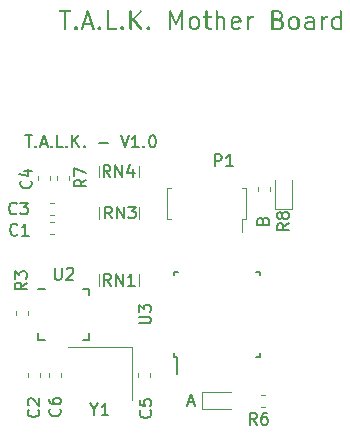
<source format=gto>
%MOIN*%
%OFA0B0*%
%FSLAX46Y46*%
%IPPOS*%
%LPD*%
%ADD10C,0.005905511811023622*%
%ADD11C,0.0047244094488188976*%
%LPD*%
G36*
X0001519200Y0003861400D02*
G01*
X0001520400Y0003861600D01*
X0001521500Y0003862200D01*
X0001522400Y0003863099D01*
X0001522900Y0003864200D01*
X0001523100Y0003865400D01*
X0001522900Y0003866599D01*
X0001522400Y0003867700D01*
X0001521500Y0003868599D01*
X0001520400Y0003869100D01*
X0001519200Y0003869300D01*
X0001485400Y0003869300D01*
X0001484200Y0003869100D01*
X0001483100Y0003868599D01*
X0001482199Y0003867700D01*
X0001481700Y0003866599D01*
X0001481500Y0003865400D01*
X0001481700Y0003864200D01*
X0001482199Y0003863099D01*
X0001483100Y0003862200D01*
X0001484200Y0003861600D01*
X0001485400Y0003861400D01*
X0001519200Y0003861400D01*
G37*
G36*
X0001502300Y0003802400D02*
G01*
X0001503500Y0003802600D01*
X0001504600Y0003803099D01*
X0001505500Y0003804000D01*
X0001506000Y0003805100D01*
X0001506199Y0003806300D01*
X0001506199Y0003865400D01*
X0001506000Y0003866599D01*
X0001505500Y0003867700D01*
X0001504600Y0003868599D01*
X0001503500Y0003869100D01*
X0001502300Y0003869300D01*
X0001501100Y0003869100D01*
X0001499999Y0003868599D01*
X0001499100Y0003867700D01*
X0001498500Y0003866599D01*
X0001498400Y0003865400D01*
X0001498400Y0003806300D01*
X0001498500Y0003805100D01*
X0001499100Y0003804000D01*
X0001499999Y0003803099D01*
X0001501100Y0003802600D01*
X0001502300Y0003802400D01*
G37*
G36*
X0001541700Y0003805200D02*
G01*
X0001542900Y0003805400D01*
X0001544000Y0003806000D01*
X0001544800Y0003806800D01*
X0001545400Y0003807900D01*
X0001545600Y0003809100D01*
X0001545400Y0003810400D01*
X0001544800Y0003811500D01*
X0001544000Y0003812300D01*
X0001541200Y0003815099D01*
X0001540100Y0003815700D01*
X0001538900Y0003815899D01*
X0001537600Y0003815700D01*
X0001536500Y0003815099D01*
X0001535700Y0003814300D01*
X0001535100Y0003813200D01*
X0001534900Y0003812000D01*
X0001535100Y0003810700D01*
X0001535700Y0003809600D01*
X0001538500Y0003806800D01*
X0001538500Y0003806800D01*
X0001539300Y0003806000D01*
X0001540400Y0003805400D01*
X0001541700Y0003805200D01*
G37*
G36*
X0001538900Y0003802400D02*
G01*
X0001540100Y0003802600D01*
X0001541200Y0003803099D01*
X0001542000Y0003804000D01*
X0001544800Y0003806800D01*
X0001545400Y0003807900D01*
X0001545600Y0003809100D01*
X0001545400Y0003810400D01*
X0001544800Y0003811500D01*
X0001544000Y0003812300D01*
X0001542900Y0003812900D01*
X0001541700Y0003813100D01*
X0001540400Y0003812900D01*
X0001539300Y0003812300D01*
X0001538500Y0003811500D01*
X0001536500Y0003809500D01*
X0001535700Y0003808600D01*
X0001535100Y0003807500D01*
X0001534900Y0003806300D01*
X0001535100Y0003805100D01*
X0001535700Y0003804000D01*
X0001536500Y0003803099D01*
X0001537600Y0003802600D01*
X0001538900Y0003802400D01*
G37*
G36*
X0001538900Y0003802400D02*
G01*
X0001540100Y0003802600D01*
X0001541200Y0003803099D01*
X0001542000Y0003804000D01*
X0001542599Y0003805100D01*
X0001542799Y0003806300D01*
X0001542599Y0003807500D01*
X0001542000Y0003808600D01*
X0001541200Y0003809500D01*
X0001541200Y0003809500D01*
X0001538400Y0003812300D01*
X0001537300Y0003812900D01*
X0001536000Y0003813100D01*
X0001534800Y0003812900D01*
X0001533700Y0003812300D01*
X0001532900Y0003811500D01*
X0001532300Y0003810400D01*
X0001532100Y0003809100D01*
X0001532300Y0003807900D01*
X0001532900Y0003806800D01*
X0001533700Y0003806000D01*
X0001533700Y0003806000D01*
X0001535700Y0003804000D01*
X0001536500Y0003803099D01*
X0001537600Y0003802600D01*
X0001538900Y0003802400D01*
G37*
G36*
X0001536000Y0003805200D02*
G01*
X0001537300Y0003805400D01*
X0001538400Y0003806000D01*
X0001542000Y0003809600D01*
X0001542599Y0003810700D01*
X0001542799Y0003812000D01*
X0001542599Y0003813200D01*
X0001542000Y0003814300D01*
X0001541200Y0003815099D01*
X0001540100Y0003815700D01*
X0001538900Y0003815899D01*
X0001537600Y0003815700D01*
X0001536500Y0003815099D01*
X0001532900Y0003811500D01*
X0001532300Y0003810400D01*
X0001532100Y0003809100D01*
X0001532300Y0003807900D01*
X0001532900Y0003806800D01*
X0001533700Y0003806000D01*
X0001534800Y0003805400D01*
X0001536000Y0003805200D01*
G37*
G36*
X0001538900Y0003802400D02*
G01*
X0001540100Y0003802600D01*
X0001541200Y0003803099D01*
X0001542000Y0003804000D01*
X0001542599Y0003805100D01*
X0001542799Y0003806300D01*
X0001542799Y0003812000D01*
X0001542599Y0003813200D01*
X0001542000Y0003814300D01*
X0001541200Y0003815099D01*
X0001540100Y0003815700D01*
X0001538900Y0003815899D01*
X0001537600Y0003815700D01*
X0001536500Y0003815099D01*
X0001535700Y0003814300D01*
X0001535100Y0003813200D01*
X0001534900Y0003812000D01*
X0001534900Y0003806300D01*
X0001535100Y0003805100D01*
X0001535700Y0003804000D01*
X0001536500Y0003803099D01*
X0001537600Y0003802600D01*
X0001538900Y0003802400D01*
G37*
G36*
X0001592300Y0003819300D02*
G01*
X0001593500Y0003819500D01*
X0001594600Y0003820000D01*
X0001595500Y0003820900D01*
X0001596000Y0003822000D01*
X0001596200Y0003823200D01*
X0001596000Y0003824400D01*
X0001595500Y0003825500D01*
X0001594600Y0003826400D01*
X0001593500Y0003826900D01*
X0001592300Y0003827099D01*
X0001564200Y0003827099D01*
X0001562900Y0003826900D01*
X0001561800Y0003826400D01*
X0001560999Y0003825500D01*
X0001560400Y0003824400D01*
X0001560200Y0003823200D01*
X0001560400Y0003822000D01*
X0001560999Y0003820900D01*
X0001561800Y0003820000D01*
X0001562900Y0003819500D01*
X0001564200Y0003819300D01*
X0001592300Y0003819300D01*
G37*
G36*
X0001558500Y0003802400D02*
G01*
X0001559800Y0003802600D01*
X0001560900Y0003803099D01*
X0001561700Y0003804000D01*
X0001562300Y0003805100D01*
X0001582000Y0003864200D01*
X0001582200Y0003865400D01*
X0001582000Y0003866599D01*
X0001581400Y0003867700D01*
X0001580500Y0003868599D01*
X0001579399Y0003869100D01*
X0001578200Y0003869300D01*
X0001577000Y0003869100D01*
X0001575899Y0003868599D01*
X0001575000Y0003867700D01*
X0001574500Y0003866599D01*
X0001554799Y0003807500D01*
X0001554600Y0003806300D01*
X0001554799Y0003805100D01*
X0001555399Y0003804000D01*
X0001556200Y0003803099D01*
X0001557300Y0003802600D01*
X0001558500Y0003802400D01*
G37*
G36*
X0001597900Y0003802400D02*
G01*
X0001599100Y0003802600D01*
X0001600200Y0003803099D01*
X0001601100Y0003804000D01*
X0001601700Y0003805100D01*
X0001601800Y0003806300D01*
X0001601700Y0003807500D01*
X0001582000Y0003866599D01*
X0001581400Y0003867700D01*
X0001580500Y0003868599D01*
X0001579399Y0003869100D01*
X0001578200Y0003869300D01*
X0001577000Y0003869100D01*
X0001575899Y0003868599D01*
X0001575000Y0003867700D01*
X0001574500Y0003866599D01*
X0001574300Y0003865400D01*
X0001574500Y0003864200D01*
X0001594200Y0003805100D01*
X0001594700Y0003804000D01*
X0001595600Y0003803099D01*
X0001596700Y0003802600D01*
X0001597900Y0003802400D01*
G37*
G36*
X0001620400Y0003805200D02*
G01*
X0001621600Y0003805400D01*
X0001622700Y0003806000D01*
X0001623600Y0003806800D01*
X0001624099Y0003807900D01*
X0001624299Y0003809100D01*
X0001624099Y0003810400D01*
X0001623600Y0003811500D01*
X0001622700Y0003812300D01*
X0001619900Y0003815099D01*
X0001618800Y0003815700D01*
X0001617600Y0003815899D01*
X0001616400Y0003815700D01*
X0001615300Y0003815099D01*
X0001614400Y0003814300D01*
X0001613800Y0003813200D01*
X0001613700Y0003812000D01*
X0001613800Y0003810700D01*
X0001614400Y0003809600D01*
X0001617200Y0003806800D01*
X0001617200Y0003806800D01*
X0001618099Y0003806000D01*
X0001619200Y0003805400D01*
X0001620400Y0003805200D01*
G37*
G36*
X0001617600Y0003802400D02*
G01*
X0001618800Y0003802600D01*
X0001619900Y0003803099D01*
X0001620800Y0003804000D01*
X0001623600Y0003806800D01*
X0001624099Y0003807900D01*
X0001624299Y0003809100D01*
X0001624099Y0003810400D01*
X0001623600Y0003811500D01*
X0001622700Y0003812300D01*
X0001621600Y0003812900D01*
X0001620400Y0003813100D01*
X0001619200Y0003812900D01*
X0001618099Y0003812300D01*
X0001617200Y0003811500D01*
X0001615300Y0003809500D01*
X0001614400Y0003808600D01*
X0001613800Y0003807500D01*
X0001613700Y0003806300D01*
X0001613800Y0003805100D01*
X0001614400Y0003804000D01*
X0001615300Y0003803099D01*
X0001616400Y0003802600D01*
X0001617600Y0003802400D01*
G37*
G36*
X0001617600Y0003802400D02*
G01*
X0001618800Y0003802600D01*
X0001619900Y0003803099D01*
X0001620800Y0003804000D01*
X0001621300Y0003805100D01*
X0001621500Y0003806300D01*
X0001621300Y0003807500D01*
X0001620800Y0003808600D01*
X0001619900Y0003809500D01*
X0001619900Y0003809500D01*
X0001617100Y0003812300D01*
X0001616000Y0003812900D01*
X0001614800Y0003813100D01*
X0001613600Y0003812900D01*
X0001612500Y0003812300D01*
X0001611600Y0003811500D01*
X0001611000Y0003810400D01*
X0001610800Y0003809100D01*
X0001611000Y0003807900D01*
X0001611600Y0003806800D01*
X0001612500Y0003806000D01*
X0001612500Y0003806000D01*
X0001614400Y0003804000D01*
X0001615300Y0003803099D01*
X0001616400Y0003802600D01*
X0001617600Y0003802400D01*
G37*
G36*
X0001614800Y0003805200D02*
G01*
X0001616000Y0003805400D01*
X0001617100Y0003806000D01*
X0001620800Y0003809600D01*
X0001621300Y0003810700D01*
X0001621500Y0003812000D01*
X0001621300Y0003813200D01*
X0001620800Y0003814300D01*
X0001619900Y0003815099D01*
X0001618800Y0003815700D01*
X0001617600Y0003815899D01*
X0001616400Y0003815700D01*
X0001615300Y0003815099D01*
X0001611600Y0003811500D01*
X0001611000Y0003810400D01*
X0001610800Y0003809100D01*
X0001611000Y0003807900D01*
X0001611600Y0003806800D01*
X0001612500Y0003806000D01*
X0001613600Y0003805400D01*
X0001614800Y0003805200D01*
G37*
G36*
X0001617600Y0003802400D02*
G01*
X0001618800Y0003802600D01*
X0001619900Y0003803099D01*
X0001620800Y0003804000D01*
X0001621300Y0003805100D01*
X0001621500Y0003806300D01*
X0001621500Y0003812000D01*
X0001621300Y0003813200D01*
X0001620800Y0003814300D01*
X0001619900Y0003815099D01*
X0001618800Y0003815700D01*
X0001617600Y0003815899D01*
X0001616400Y0003815700D01*
X0001615300Y0003815099D01*
X0001614400Y0003814300D01*
X0001613800Y0003813200D01*
X0001613700Y0003812000D01*
X0001613700Y0003806300D01*
X0001613800Y0003805100D01*
X0001614400Y0003804000D01*
X0001615300Y0003803099D01*
X0001616400Y0003802600D01*
X0001617600Y0003802400D01*
G37*
G36*
X0001673800Y0003802400D02*
G01*
X0001675100Y0003802600D01*
X0001676100Y0003803099D01*
X0001677000Y0003804000D01*
X0001677600Y0003805100D01*
X0001677800Y0003806300D01*
X0001677600Y0003807500D01*
X0001677000Y0003808600D01*
X0001676100Y0003809500D01*
X0001675100Y0003810100D01*
X0001673800Y0003810300D01*
X0001645700Y0003810300D01*
X0001644500Y0003810100D01*
X0001643400Y0003809500D01*
X0001642499Y0003808600D01*
X0001642000Y0003807500D01*
X0001641800Y0003806300D01*
X0001642000Y0003805100D01*
X0001642499Y0003804000D01*
X0001643400Y0003803099D01*
X0001644500Y0003802600D01*
X0001645700Y0003802400D01*
X0001673800Y0003802400D01*
G37*
G36*
X0001645700Y0003802400D02*
G01*
X0001646900Y0003802600D01*
X0001648000Y0003803099D01*
X0001648899Y0003804000D01*
X0001649500Y0003805100D01*
X0001649600Y0003806300D01*
X0001649600Y0003865400D01*
X0001649500Y0003866599D01*
X0001648899Y0003867700D01*
X0001648000Y0003868599D01*
X0001646900Y0003869100D01*
X0001645700Y0003869300D01*
X0001644500Y0003869100D01*
X0001643400Y0003868599D01*
X0001642499Y0003867700D01*
X0001642000Y0003866599D01*
X0001641800Y0003865400D01*
X0001641800Y0003806300D01*
X0001642000Y0003805100D01*
X0001642499Y0003804000D01*
X0001643400Y0003803099D01*
X0001644500Y0003802600D01*
X0001645700Y0003802400D01*
G37*
G36*
X0001696300Y0003805200D02*
G01*
X0001697499Y0003805400D01*
X0001698600Y0003806000D01*
X0001699500Y0003806800D01*
X0001700100Y0003807900D01*
X0001700300Y0003809100D01*
X0001700100Y0003810400D01*
X0001699500Y0003811500D01*
X0001695800Y0003815099D01*
X0001694700Y0003815700D01*
X0001693500Y0003815899D01*
X0001692300Y0003815700D01*
X0001691200Y0003815099D01*
X0001690300Y0003814300D01*
X0001689800Y0003813200D01*
X0001689600Y0003812000D01*
X0001689800Y0003810700D01*
X0001690300Y0003809600D01*
X0001694000Y0003806000D01*
X0001695100Y0003805400D01*
X0001696300Y0003805200D01*
G37*
G36*
X0001693500Y0003802400D02*
G01*
X0001694700Y0003802600D01*
X0001695800Y0003803099D01*
X0001696699Y0003804000D01*
X0001698600Y0003806000D01*
X0001698600Y0003806000D01*
X0001699500Y0003806800D01*
X0001700100Y0003807900D01*
X0001700300Y0003809100D01*
X0001700100Y0003810400D01*
X0001699500Y0003811500D01*
X0001698600Y0003812300D01*
X0001697499Y0003812900D01*
X0001696300Y0003813100D01*
X0001695100Y0003812900D01*
X0001694000Y0003812300D01*
X0001691200Y0003809500D01*
X0001691200Y0003809500D01*
X0001690300Y0003808600D01*
X0001689800Y0003807500D01*
X0001689600Y0003806300D01*
X0001689800Y0003805100D01*
X0001690300Y0003804000D01*
X0001691200Y0003803099D01*
X0001692300Y0003802600D01*
X0001693500Y0003802400D01*
G37*
G36*
X0001693500Y0003802400D02*
G01*
X0001694700Y0003802600D01*
X0001695800Y0003803099D01*
X0001696699Y0003804000D01*
X0001697299Y0003805100D01*
X0001697499Y0003806300D01*
X0001697299Y0003807500D01*
X0001696699Y0003808600D01*
X0001695800Y0003809500D01*
X0001695800Y0003809500D01*
X0001693000Y0003812300D01*
X0001691900Y0003812900D01*
X0001690699Y0003813100D01*
X0001689500Y0003812900D01*
X0001688400Y0003812300D01*
X0001687500Y0003811500D01*
X0001687000Y0003810400D01*
X0001686800Y0003809100D01*
X0001687000Y0003807900D01*
X0001687500Y0003806800D01*
X0001688400Y0003806000D01*
X0001690300Y0003804000D01*
X0001691200Y0003803099D01*
X0001692300Y0003802600D01*
X0001693500Y0003802400D01*
G37*
G36*
X0001690699Y0003805200D02*
G01*
X0001691900Y0003805400D01*
X0001693000Y0003806000D01*
X0001696699Y0003809600D01*
X0001697299Y0003810700D01*
X0001697499Y0003812000D01*
X0001697299Y0003813200D01*
X0001696699Y0003814300D01*
X0001695800Y0003815099D01*
X0001694700Y0003815700D01*
X0001693500Y0003815899D01*
X0001692300Y0003815700D01*
X0001691200Y0003815099D01*
X0001687500Y0003811500D01*
X0001687000Y0003810400D01*
X0001686800Y0003809100D01*
X0001687000Y0003807900D01*
X0001687500Y0003806800D01*
X0001688400Y0003806000D01*
X0001689500Y0003805400D01*
X0001690699Y0003805200D01*
G37*
G36*
X0001693500Y0003802400D02*
G01*
X0001694700Y0003802600D01*
X0001695800Y0003803099D01*
X0001696699Y0003804000D01*
X0001697299Y0003805100D01*
X0001697499Y0003806300D01*
X0001697499Y0003812000D01*
X0001697299Y0003813200D01*
X0001696699Y0003814300D01*
X0001695800Y0003815099D01*
X0001694700Y0003815700D01*
X0001693500Y0003815899D01*
X0001692300Y0003815700D01*
X0001691200Y0003815099D01*
X0001690300Y0003814300D01*
X0001689800Y0003813200D01*
X0001689600Y0003812000D01*
X0001689600Y0003806300D01*
X0001689800Y0003805100D01*
X0001690300Y0003804000D01*
X0001691200Y0003803099D01*
X0001692300Y0003802600D01*
X0001693500Y0003802400D01*
G37*
G36*
X0001721600Y0003802400D02*
G01*
X0001722900Y0003802600D01*
X0001724000Y0003803099D01*
X0001724800Y0003804000D01*
X0001725400Y0003805100D01*
X0001725600Y0003806300D01*
X0001725600Y0003865400D01*
X0001725400Y0003866599D01*
X0001724800Y0003867700D01*
X0001724000Y0003868599D01*
X0001722900Y0003869100D01*
X0001721600Y0003869300D01*
X0001720400Y0003869100D01*
X0001719300Y0003868599D01*
X0001718500Y0003867700D01*
X0001717900Y0003866599D01*
X0001717700Y0003865400D01*
X0001717700Y0003806300D01*
X0001717900Y0003805100D01*
X0001718500Y0003804000D01*
X0001719300Y0003803099D01*
X0001720400Y0003802600D01*
X0001721600Y0003802400D01*
G37*
G36*
X0001755400Y0003802400D02*
G01*
X0001756600Y0003802600D01*
X0001757699Y0003803099D01*
X0001758600Y0003804000D01*
X0001759100Y0003805100D01*
X0001759300Y0003806300D01*
X0001759100Y0003807500D01*
X0001758600Y0003808600D01*
X0001733299Y0003842400D01*
X0001732400Y0003843300D01*
X0001731300Y0003843799D01*
X0001730100Y0003844000D01*
X0001728900Y0003843799D01*
X0001727800Y0003843300D01*
X0001726899Y0003842400D01*
X0001726300Y0003841300D01*
X0001726100Y0003840100D01*
X0001726300Y0003838900D01*
X0001726899Y0003837800D01*
X0001752200Y0003804000D01*
X0001753100Y0003803099D01*
X0001754200Y0003802600D01*
X0001755400Y0003802400D01*
G37*
G36*
X0001721600Y0003827700D02*
G01*
X0001722900Y0003827899D01*
X0001724000Y0003828500D01*
X0001724800Y0003829300D01*
X0001757699Y0003862200D01*
X0001757699Y0003862200D01*
X0001758600Y0003863099D01*
X0001759100Y0003864200D01*
X0001759300Y0003865400D01*
X0001759100Y0003866599D01*
X0001758600Y0003867700D01*
X0001757699Y0003868599D01*
X0001756600Y0003869100D01*
X0001755400Y0003869300D01*
X0001754200Y0003869100D01*
X0001753100Y0003868599D01*
X0001752200Y0003867700D01*
X0001718500Y0003833900D01*
X0001717900Y0003832900D01*
X0001717700Y0003831600D01*
X0001717900Y0003830400D01*
X0001718500Y0003829300D01*
X0001719300Y0003828500D01*
X0001720400Y0003827899D01*
X0001721600Y0003827700D01*
G37*
G36*
X0001783500Y0003805200D02*
G01*
X0001784700Y0003805400D01*
X0001785800Y0003806000D01*
X0001786700Y0003806800D01*
X0001787300Y0003807900D01*
X0001787400Y0003809100D01*
X0001787300Y0003810400D01*
X0001786700Y0003811500D01*
X0001783900Y0003814300D01*
X0001783000Y0003815099D01*
X0001781899Y0003815700D01*
X0001780700Y0003815899D01*
X0001779500Y0003815700D01*
X0001778400Y0003815099D01*
X0001777500Y0003814300D01*
X0001777000Y0003813200D01*
X0001776800Y0003812000D01*
X0001777000Y0003810700D01*
X0001777500Y0003809600D01*
X0001778400Y0003808800D01*
X0001781200Y0003806000D01*
X0001782299Y0003805400D01*
X0001783500Y0003805200D01*
G37*
G36*
X0001780700Y0003802400D02*
G01*
X0001781899Y0003802600D01*
X0001783000Y0003803099D01*
X0001786700Y0003806800D01*
X0001787300Y0003807900D01*
X0001787400Y0003809100D01*
X0001787300Y0003810400D01*
X0001786700Y0003811500D01*
X0001785800Y0003812300D01*
X0001784700Y0003812900D01*
X0001783500Y0003813100D01*
X0001782299Y0003812900D01*
X0001781200Y0003812300D01*
X0001777500Y0003808600D01*
X0001777000Y0003807500D01*
X0001776800Y0003806300D01*
X0001777000Y0003805100D01*
X0001777500Y0003804000D01*
X0001778400Y0003803099D01*
X0001779500Y0003802600D01*
X0001780700Y0003802400D01*
G37*
G36*
X0001780700Y0003802400D02*
G01*
X0001781899Y0003802600D01*
X0001783000Y0003803099D01*
X0001783900Y0003804000D01*
X0001784400Y0003805100D01*
X0001784600Y0003806300D01*
X0001784400Y0003807500D01*
X0001783900Y0003808600D01*
X0001781100Y0003811500D01*
X0001780200Y0003812300D01*
X0001779100Y0003812900D01*
X0001777900Y0003813100D01*
X0001776700Y0003812900D01*
X0001775600Y0003812300D01*
X0001774700Y0003811500D01*
X0001774100Y0003810400D01*
X0001773900Y0003809100D01*
X0001774100Y0003807900D01*
X0001774700Y0003806800D01*
X0001777500Y0003804000D01*
X0001778400Y0003803099D01*
X0001779500Y0003802600D01*
X0001780700Y0003802400D01*
G37*
G36*
X0001777900Y0003805200D02*
G01*
X0001779100Y0003805400D01*
X0001780200Y0003806000D01*
X0001781100Y0003806800D01*
X0001781100Y0003806800D01*
X0001783000Y0003808800D01*
X0001783900Y0003809600D01*
X0001784400Y0003810700D01*
X0001784600Y0003812000D01*
X0001784400Y0003813200D01*
X0001783900Y0003814300D01*
X0001783000Y0003815099D01*
X0001781899Y0003815700D01*
X0001780700Y0003815899D01*
X0001779500Y0003815700D01*
X0001778400Y0003815099D01*
X0001777500Y0003814300D01*
X0001775600Y0003812300D01*
X0001774700Y0003811500D01*
X0001774100Y0003810400D01*
X0001773900Y0003809100D01*
X0001774100Y0003807900D01*
X0001774700Y0003806800D01*
X0001775600Y0003806000D01*
X0001776700Y0003805400D01*
X0001777900Y0003805200D01*
G37*
G36*
X0001780700Y0003802400D02*
G01*
X0001781899Y0003802600D01*
X0001783000Y0003803099D01*
X0001783900Y0003804000D01*
X0001784400Y0003805100D01*
X0001784600Y0003806300D01*
X0001784600Y0003812000D01*
X0001784400Y0003813200D01*
X0001783900Y0003814300D01*
X0001783000Y0003815099D01*
X0001781899Y0003815700D01*
X0001780700Y0003815899D01*
X0001779500Y0003815700D01*
X0001778400Y0003815099D01*
X0001777500Y0003814300D01*
X0001777000Y0003813200D01*
X0001776800Y0003812000D01*
X0001776800Y0003806300D01*
X0001777000Y0003805100D01*
X0001777500Y0003804000D01*
X0001778400Y0003803099D01*
X0001779500Y0003802600D01*
X0001780700Y0003802400D01*
G37*
G36*
X0001853800Y0003802400D02*
G01*
X0001855000Y0003802600D01*
X0001856100Y0003803099D01*
X0001857000Y0003804000D01*
X0001857600Y0003805100D01*
X0001857700Y0003806300D01*
X0001857700Y0003865400D01*
X0001857600Y0003866599D01*
X0001857000Y0003867700D01*
X0001856100Y0003868599D01*
X0001855000Y0003869100D01*
X0001853800Y0003869300D01*
X0001852600Y0003869100D01*
X0001851500Y0003868599D01*
X0001850600Y0003867700D01*
X0001850100Y0003866599D01*
X0001849900Y0003865400D01*
X0001849900Y0003806300D01*
X0001850100Y0003805100D01*
X0001850600Y0003804000D01*
X0001851500Y0003803099D01*
X0001852600Y0003802600D01*
X0001853800Y0003802400D01*
G37*
G36*
X0001873499Y0003819300D02*
G01*
X0001874700Y0003819500D01*
X0001875800Y0003820000D01*
X0001876700Y0003820900D01*
X0001877200Y0003822000D01*
X0001877400Y0003823200D01*
X0001877200Y0003824400D01*
X0001857600Y0003866599D01*
X0001857000Y0003867700D01*
X0001856100Y0003868599D01*
X0001855000Y0003869100D01*
X0001853800Y0003869300D01*
X0001852600Y0003869100D01*
X0001851500Y0003868599D01*
X0001850600Y0003867700D01*
X0001850100Y0003866599D01*
X0001849900Y0003865400D01*
X0001850100Y0003864200D01*
X0001869800Y0003822000D01*
X0001870300Y0003820900D01*
X0001871200Y0003820000D01*
X0001872300Y0003819500D01*
X0001873499Y0003819300D01*
G37*
G36*
X0001873499Y0003819300D02*
G01*
X0001874700Y0003819500D01*
X0001875800Y0003820000D01*
X0001876700Y0003820900D01*
X0001877200Y0003822000D01*
X0001896899Y0003864200D01*
X0001897099Y0003865400D01*
X0001896899Y0003866599D01*
X0001896400Y0003867700D01*
X0001895500Y0003868599D01*
X0001894400Y0003869100D01*
X0001893200Y0003869300D01*
X0001892000Y0003869100D01*
X0001890899Y0003868599D01*
X0001890000Y0003867700D01*
X0001889400Y0003866599D01*
X0001869800Y0003824400D01*
X0001869600Y0003823200D01*
X0001869800Y0003822000D01*
X0001870300Y0003820900D01*
X0001871200Y0003820000D01*
X0001872300Y0003819500D01*
X0001873499Y0003819300D01*
G37*
G36*
X0001893200Y0003802400D02*
G01*
X0001894400Y0003802600D01*
X0001895500Y0003803099D01*
X0001896400Y0003804000D01*
X0001896899Y0003805100D01*
X0001897099Y0003806300D01*
X0001897099Y0003865400D01*
X0001896899Y0003866599D01*
X0001896400Y0003867700D01*
X0001895500Y0003868599D01*
X0001894400Y0003869100D01*
X0001893200Y0003869300D01*
X0001892000Y0003869100D01*
X0001890899Y0003868599D01*
X0001890000Y0003867700D01*
X0001889400Y0003866599D01*
X0001889200Y0003865400D01*
X0001889200Y0003806300D01*
X0001889400Y0003805100D01*
X0001890000Y0003804000D01*
X0001890899Y0003803099D01*
X0001892000Y0003802600D01*
X0001893200Y0003802400D01*
G37*
G36*
X0001929700Y0003802400D02*
G01*
X0001931000Y0003802600D01*
X0001932100Y0003803099D01*
X0001932900Y0003804000D01*
X0001933499Y0003805100D01*
X0001933699Y0003806300D01*
X0001933499Y0003807500D01*
X0001932900Y0003808600D01*
X0001932100Y0003809500D01*
X0001931000Y0003810100D01*
X0001925300Y0003812900D01*
X0001924100Y0003813100D01*
X0001922900Y0003812900D01*
X0001921800Y0003812300D01*
X0001920900Y0003811500D01*
X0001920400Y0003810400D01*
X0001920200Y0003809100D01*
X0001920400Y0003807900D01*
X0001920900Y0003806800D01*
X0001921800Y0003806000D01*
X0001922900Y0003805400D01*
X0001928500Y0003802600D01*
X0001929700Y0003802400D01*
G37*
G36*
X0001924100Y0003805200D02*
G01*
X0001925300Y0003805400D01*
X0001926400Y0003806000D01*
X0001927299Y0003806800D01*
X0001927899Y0003807900D01*
X0001928099Y0003809100D01*
X0001927899Y0003810400D01*
X0001927299Y0003811500D01*
X0001923600Y0003815099D01*
X0001922500Y0003815700D01*
X0001921299Y0003815899D01*
X0001920100Y0003815700D01*
X0001919000Y0003815099D01*
X0001918100Y0003814300D01*
X0001917600Y0003813200D01*
X0001917400Y0003812000D01*
X0001917600Y0003810700D01*
X0001918100Y0003809600D01*
X0001921800Y0003806000D01*
X0001922900Y0003805400D01*
X0001924100Y0003805200D01*
G37*
G36*
X0001921299Y0003808000D02*
G01*
X0001922500Y0003808199D01*
X0001923600Y0003808800D01*
X0001924500Y0003809600D01*
X0001925000Y0003810700D01*
X0001925200Y0003812000D01*
X0001925000Y0003813200D01*
X0001922200Y0003818800D01*
X0001921699Y0003819900D01*
X0001920800Y0003820800D01*
X0001919700Y0003821300D01*
X0001918500Y0003821500D01*
X0001917300Y0003821300D01*
X0001916200Y0003820800D01*
X0001915299Y0003819900D01*
X0001914700Y0003818800D01*
X0001914600Y0003817600D01*
X0001914700Y0003816400D01*
X0001917600Y0003810700D01*
X0001918100Y0003809600D01*
X0001919000Y0003808800D01*
X0001920100Y0003808199D01*
X0001921299Y0003808000D01*
G37*
G36*
X0001918500Y0003813600D02*
G01*
X0001919700Y0003813800D01*
X0001920800Y0003814400D01*
X0001921699Y0003815300D01*
X0001922200Y0003816400D01*
X0001922400Y0003817600D01*
X0001922400Y0003834400D01*
X0001922200Y0003835700D01*
X0001921699Y0003836800D01*
X0001920800Y0003837600D01*
X0001919700Y0003838200D01*
X0001918500Y0003838400D01*
X0001917300Y0003838200D01*
X0001916200Y0003837600D01*
X0001915299Y0003836800D01*
X0001914700Y0003835700D01*
X0001914600Y0003834400D01*
X0001914600Y0003817600D01*
X0001914700Y0003816400D01*
X0001915299Y0003815300D01*
X0001916200Y0003814400D01*
X0001917300Y0003813800D01*
X0001918500Y0003813600D01*
G37*
G36*
X0001918500Y0003830500D02*
G01*
X0001919700Y0003830700D01*
X0001920800Y0003831300D01*
X0001921699Y0003832100D01*
X0001922200Y0003833200D01*
X0001925000Y0003838900D01*
X0001925200Y0003840100D01*
X0001925000Y0003841300D01*
X0001924500Y0003842400D01*
X0001923600Y0003843300D01*
X0001922500Y0003843799D01*
X0001921299Y0003844000D01*
X0001920100Y0003843799D01*
X0001919000Y0003843300D01*
X0001918100Y0003842400D01*
X0001917600Y0003841300D01*
X0001914700Y0003835700D01*
X0001914600Y0003834400D01*
X0001914700Y0003833200D01*
X0001915299Y0003832100D01*
X0001916200Y0003831300D01*
X0001917300Y0003830700D01*
X0001918500Y0003830500D01*
G37*
G36*
X0001921299Y0003836100D02*
G01*
X0001922500Y0003836300D01*
X0001923600Y0003836900D01*
X0001926400Y0003839700D01*
X0001927299Y0003840600D01*
X0001927899Y0003841700D01*
X0001928099Y0003842900D01*
X0001927899Y0003844100D01*
X0001927299Y0003845200D01*
X0001926400Y0003846100D01*
X0001925300Y0003846600D01*
X0001924100Y0003846800D01*
X0001922900Y0003846600D01*
X0001921800Y0003846100D01*
X0001918100Y0003842400D01*
X0001917600Y0003841300D01*
X0001917400Y0003840100D01*
X0001917600Y0003838900D01*
X0001918100Y0003837800D01*
X0001919000Y0003836900D01*
X0001920100Y0003836300D01*
X0001921299Y0003836100D01*
G37*
G36*
X0001924100Y0003838900D02*
G01*
X0001925300Y0003839099D01*
X0001931000Y0003842000D01*
X0001932100Y0003842500D01*
X0001932900Y0003843399D01*
X0001933499Y0003844500D01*
X0001933699Y0003845700D01*
X0001933499Y0003846900D01*
X0001932900Y0003848000D01*
X0001932100Y0003848900D01*
X0001931000Y0003849400D01*
X0001929700Y0003849600D01*
X0001928500Y0003849400D01*
X0001922900Y0003846600D01*
X0001921800Y0003846100D01*
X0001920900Y0003845200D01*
X0001920400Y0003844100D01*
X0001920200Y0003842900D01*
X0001920400Y0003841700D01*
X0001920900Y0003840600D01*
X0001921800Y0003839700D01*
X0001922900Y0003839099D01*
X0001924100Y0003838900D01*
G37*
G36*
X0001938200Y0003841800D02*
G01*
X0001939400Y0003842000D01*
X0001940499Y0003842500D01*
X0001941400Y0003843399D01*
X0001941900Y0003844500D01*
X0001942100Y0003845700D01*
X0001941900Y0003846900D01*
X0001941400Y0003848000D01*
X0001940499Y0003848900D01*
X0001939400Y0003849400D01*
X0001938200Y0003849600D01*
X0001929700Y0003849600D01*
X0001928500Y0003849400D01*
X0001927400Y0003848900D01*
X0001926600Y0003848000D01*
X0001926000Y0003846900D01*
X0001925800Y0003845700D01*
X0001926000Y0003844500D01*
X0001926600Y0003843399D01*
X0001927400Y0003842500D01*
X0001928500Y0003842000D01*
X0001929700Y0003841800D01*
X0001938200Y0003841800D01*
G37*
G36*
X0001943800Y0003838900D02*
G01*
X0001945000Y0003839099D01*
X0001946099Y0003839700D01*
X0001947000Y0003840600D01*
X0001947500Y0003841700D01*
X0001947700Y0003842900D01*
X0001947500Y0003844100D01*
X0001947000Y0003845200D01*
X0001946099Y0003846100D01*
X0001945000Y0003846600D01*
X0001939400Y0003849400D01*
X0001938200Y0003849600D01*
X0001937000Y0003849400D01*
X0001935900Y0003848900D01*
X0001935000Y0003848000D01*
X0001934400Y0003846900D01*
X0001934200Y0003845700D01*
X0001934400Y0003844500D01*
X0001935000Y0003843399D01*
X0001935900Y0003842500D01*
X0001937000Y0003842000D01*
X0001942600Y0003839099D01*
X0001943800Y0003838900D01*
G37*
G36*
X0001946600Y0003836100D02*
G01*
X0001947800Y0003836300D01*
X0001948900Y0003836900D01*
X0001949800Y0003837800D01*
X0001950400Y0003838900D01*
X0001950500Y0003840100D01*
X0001950400Y0003841300D01*
X0001949800Y0003842400D01*
X0001946099Y0003846100D01*
X0001945000Y0003846600D01*
X0001943800Y0003846800D01*
X0001942600Y0003846600D01*
X0001941500Y0003846100D01*
X0001940600Y0003845200D01*
X0001940099Y0003844100D01*
X0001939899Y0003842900D01*
X0001940099Y0003841700D01*
X0001940600Y0003840600D01*
X0001941500Y0003839700D01*
X0001944300Y0003836900D01*
X0001945400Y0003836300D01*
X0001946600Y0003836100D01*
G37*
G36*
X0001949400Y0003830500D02*
G01*
X0001950600Y0003830700D01*
X0001951699Y0003831300D01*
X0001952600Y0003832100D01*
X0001953200Y0003833200D01*
X0001953400Y0003834400D01*
X0001953200Y0003835700D01*
X0001950400Y0003841300D01*
X0001949800Y0003842400D01*
X0001948900Y0003843300D01*
X0001947800Y0003843799D01*
X0001946600Y0003844000D01*
X0001945400Y0003843799D01*
X0001944300Y0003843300D01*
X0001943400Y0003842400D01*
X0001942900Y0003841300D01*
X0001942700Y0003840100D01*
X0001942900Y0003838900D01*
X0001945699Y0003833200D01*
X0001946200Y0003832100D01*
X0001947100Y0003831300D01*
X0001948200Y0003830700D01*
X0001949400Y0003830500D01*
G37*
G36*
X0001949400Y0003813600D02*
G01*
X0001950600Y0003813800D01*
X0001951699Y0003814400D01*
X0001952600Y0003815300D01*
X0001953200Y0003816400D01*
X0001953400Y0003817600D01*
X0001953400Y0003834400D01*
X0001953200Y0003835700D01*
X0001952600Y0003836800D01*
X0001951699Y0003837600D01*
X0001950600Y0003838200D01*
X0001949400Y0003838400D01*
X0001948200Y0003838200D01*
X0001947100Y0003837600D01*
X0001946200Y0003836800D01*
X0001945699Y0003835700D01*
X0001945499Y0003834400D01*
X0001945499Y0003817600D01*
X0001945699Y0003816400D01*
X0001946200Y0003815300D01*
X0001947100Y0003814400D01*
X0001948200Y0003813800D01*
X0001949400Y0003813600D01*
G37*
G36*
X0001946600Y0003808000D02*
G01*
X0001947800Y0003808199D01*
X0001948900Y0003808800D01*
X0001949800Y0003809600D01*
X0001950400Y0003810700D01*
X0001953200Y0003816400D01*
X0001953400Y0003817600D01*
X0001953200Y0003818800D01*
X0001952600Y0003819900D01*
X0001951699Y0003820800D01*
X0001950600Y0003821300D01*
X0001949400Y0003821500D01*
X0001948200Y0003821300D01*
X0001947100Y0003820800D01*
X0001946200Y0003819900D01*
X0001945699Y0003818800D01*
X0001942900Y0003813200D01*
X0001942700Y0003812000D01*
X0001942900Y0003810700D01*
X0001943400Y0003809600D01*
X0001944300Y0003808800D01*
X0001945400Y0003808199D01*
X0001946600Y0003808000D01*
G37*
G36*
X0001943800Y0003805200D02*
G01*
X0001945000Y0003805400D01*
X0001946099Y0003806000D01*
X0001949800Y0003809600D01*
X0001950400Y0003810700D01*
X0001950500Y0003812000D01*
X0001950400Y0003813200D01*
X0001949800Y0003814300D01*
X0001948900Y0003815099D01*
X0001947800Y0003815700D01*
X0001946600Y0003815899D01*
X0001945400Y0003815700D01*
X0001944300Y0003815099D01*
X0001940600Y0003811500D01*
X0001940099Y0003810400D01*
X0001939899Y0003809100D01*
X0001940099Y0003807900D01*
X0001940600Y0003806800D01*
X0001941500Y0003806000D01*
X0001942600Y0003805400D01*
X0001943800Y0003805200D01*
G37*
G36*
X0001938200Y0003802400D02*
G01*
X0001939400Y0003802600D01*
X0001945000Y0003805400D01*
X0001946099Y0003806000D01*
X0001947000Y0003806800D01*
X0001947500Y0003807900D01*
X0001947700Y0003809100D01*
X0001947500Y0003810400D01*
X0001947000Y0003811500D01*
X0001946099Y0003812300D01*
X0001945000Y0003812900D01*
X0001943800Y0003813100D01*
X0001942600Y0003812900D01*
X0001937000Y0003810100D01*
X0001935900Y0003809500D01*
X0001935000Y0003808600D01*
X0001934400Y0003807500D01*
X0001934200Y0003806300D01*
X0001934400Y0003805100D01*
X0001935000Y0003804000D01*
X0001935900Y0003803099D01*
X0001937000Y0003802600D01*
X0001938200Y0003802400D01*
G37*
G36*
X0001938200Y0003802400D02*
G01*
X0001939400Y0003802600D01*
X0001940499Y0003803099D01*
X0001941400Y0003804000D01*
X0001941900Y0003805100D01*
X0001942100Y0003806300D01*
X0001941900Y0003807500D01*
X0001941400Y0003808600D01*
X0001940499Y0003809500D01*
X0001939400Y0003810100D01*
X0001938200Y0003810300D01*
X0001929700Y0003810300D01*
X0001928500Y0003810100D01*
X0001927400Y0003809500D01*
X0001926600Y0003808600D01*
X0001926000Y0003807500D01*
X0001925800Y0003806300D01*
X0001926000Y0003805100D01*
X0001926600Y0003804000D01*
X0001927400Y0003803099D01*
X0001928500Y0003802600D01*
X0001929700Y0003802400D01*
X0001938200Y0003802400D01*
G37*
G36*
X0001988800Y0003841800D02*
G01*
X0001990000Y0003842000D01*
X0001991100Y0003842500D01*
X0001992000Y0003843399D01*
X0001992500Y0003844500D01*
X0001992700Y0003845700D01*
X0001992500Y0003846900D01*
X0001992000Y0003848000D01*
X0001991100Y0003848900D01*
X0001990000Y0003849400D01*
X0001988800Y0003849600D01*
X0001966300Y0003849600D01*
X0001965100Y0003849400D01*
X0001964000Y0003848900D01*
X0001963100Y0003848000D01*
X0001962600Y0003846900D01*
X0001962400Y0003845700D01*
X0001962600Y0003844500D01*
X0001963100Y0003843399D01*
X0001964000Y0003842500D01*
X0001965100Y0003842000D01*
X0001966300Y0003841800D01*
X0001988800Y0003841800D01*
G37*
G36*
X0001974700Y0003810800D02*
G01*
X0001976000Y0003811000D01*
X0001977000Y0003811600D01*
X0001977900Y0003812400D01*
X0001978500Y0003813500D01*
X0001978700Y0003814800D01*
X0001978700Y0003865400D01*
X0001978500Y0003866599D01*
X0001977900Y0003867700D01*
X0001977000Y0003868599D01*
X0001976000Y0003869100D01*
X0001974700Y0003869300D01*
X0001973500Y0003869100D01*
X0001972400Y0003868599D01*
X0001971500Y0003867700D01*
X0001971000Y0003866599D01*
X0001970800Y0003865400D01*
X0001970800Y0003814800D01*
X0001971000Y0003813500D01*
X0001971500Y0003812400D01*
X0001972400Y0003811600D01*
X0001973500Y0003811000D01*
X0001974700Y0003810800D01*
G37*
G36*
X0001977500Y0003805200D02*
G01*
X0001978800Y0003805400D01*
X0001979900Y0003806000D01*
X0001980700Y0003806800D01*
X0001981300Y0003807900D01*
X0001981500Y0003809100D01*
X0001981300Y0003810400D01*
X0001978500Y0003816000D01*
X0001977900Y0003817100D01*
X0001977000Y0003817900D01*
X0001976000Y0003818500D01*
X0001974700Y0003818700D01*
X0001973500Y0003818500D01*
X0001972400Y0003817900D01*
X0001971500Y0003817100D01*
X0001971000Y0003816000D01*
X0001970800Y0003814800D01*
X0001971000Y0003813500D01*
X0001973800Y0003807900D01*
X0001974400Y0003806800D01*
X0001975200Y0003806000D01*
X0001976299Y0003805400D01*
X0001977500Y0003805200D01*
G37*
G36*
X0001983200Y0003802400D02*
G01*
X0001984400Y0003802600D01*
X0001985500Y0003803099D01*
X0001986400Y0003804000D01*
X0001986900Y0003805100D01*
X0001987100Y0003806300D01*
X0001986900Y0003807500D01*
X0001986400Y0003808600D01*
X0001985500Y0003809500D01*
X0001984400Y0003810100D01*
X0001978800Y0003812900D01*
X0001977500Y0003813100D01*
X0001976299Y0003812900D01*
X0001975200Y0003812300D01*
X0001974400Y0003811500D01*
X0001973800Y0003810400D01*
X0001973600Y0003809100D01*
X0001973800Y0003807900D01*
X0001974400Y0003806800D01*
X0001975200Y0003806000D01*
X0001976299Y0003805400D01*
X0001982000Y0003802600D01*
X0001983200Y0003802400D01*
G37*
G36*
X0001988800Y0003802400D02*
G01*
X0001990000Y0003802600D01*
X0001991100Y0003803099D01*
X0001992000Y0003804000D01*
X0001992500Y0003805100D01*
X0001992700Y0003806300D01*
X0001992500Y0003807500D01*
X0001992000Y0003808600D01*
X0001991100Y0003809500D01*
X0001990000Y0003810100D01*
X0001988800Y0003810300D01*
X0001983200Y0003810300D01*
X0001982000Y0003810100D01*
X0001980900Y0003809500D01*
X0001980000Y0003808600D01*
X0001979400Y0003807500D01*
X0001979200Y0003806300D01*
X0001979400Y0003805100D01*
X0001980000Y0003804000D01*
X0001980900Y0003803099D01*
X0001982000Y0003802600D01*
X0001983200Y0003802400D01*
X0001988800Y0003802400D01*
G37*
G36*
X0002008500Y0003802400D02*
G01*
X0002009700Y0003802600D01*
X0002010800Y0003803099D01*
X0002011699Y0003804000D01*
X0002012200Y0003805100D01*
X0002012400Y0003806300D01*
X0002012400Y0003865400D01*
X0002012200Y0003866599D01*
X0002011699Y0003867700D01*
X0002010800Y0003868599D01*
X0002009700Y0003869100D01*
X0002008500Y0003869300D01*
X0002007299Y0003869100D01*
X0002006200Y0003868599D01*
X0002005300Y0003867700D01*
X0002004700Y0003866599D01*
X0002004500Y0003865400D01*
X0002004500Y0003806300D01*
X0002004700Y0003805100D01*
X0002005300Y0003804000D01*
X0002006200Y0003803099D01*
X0002007299Y0003802600D01*
X0002008500Y0003802400D01*
G37*
G36*
X0002033799Y0003802400D02*
G01*
X0002035000Y0003802600D01*
X0002036099Y0003803099D01*
X0002037000Y0003804000D01*
X0002037500Y0003805100D01*
X0002037700Y0003806300D01*
X0002037700Y0003837300D01*
X0002037500Y0003838500D01*
X0002037000Y0003839600D01*
X0002036099Y0003840400D01*
X0002035000Y0003841000D01*
X0002033799Y0003841200D01*
X0002032600Y0003841000D01*
X0002031499Y0003840400D01*
X0002030600Y0003839600D01*
X0002029999Y0003838500D01*
X0002029900Y0003837300D01*
X0002029900Y0003806300D01*
X0002029999Y0003805100D01*
X0002030600Y0003804000D01*
X0002031499Y0003803099D01*
X0002032600Y0003802600D01*
X0002033799Y0003802400D01*
G37*
G36*
X0002033799Y0003833300D02*
G01*
X0002035000Y0003833500D01*
X0002036099Y0003834100D01*
X0002037000Y0003834900D01*
X0002037500Y0003836000D01*
X0002037700Y0003837300D01*
X0002037500Y0003838500D01*
X0002034700Y0003844100D01*
X0002034199Y0003845200D01*
X0002033300Y0003846100D01*
X0002032200Y0003846600D01*
X0002031000Y0003846800D01*
X0002029799Y0003846600D01*
X0002028700Y0003846100D01*
X0002027800Y0003845200D01*
X0002027200Y0003844100D01*
X0002027000Y0003842900D01*
X0002027200Y0003841700D01*
X0002029999Y0003836000D01*
X0002030600Y0003834900D01*
X0002031499Y0003834100D01*
X0002032600Y0003833500D01*
X0002033799Y0003833300D01*
G37*
G36*
X0002031000Y0003838900D02*
G01*
X0002032200Y0003839099D01*
X0002033300Y0003839700D01*
X0002034199Y0003840600D01*
X0002034700Y0003841700D01*
X0002034900Y0003842900D01*
X0002034700Y0003844100D01*
X0002034199Y0003845200D01*
X0002033300Y0003846100D01*
X0002032200Y0003846600D01*
X0002026600Y0003849400D01*
X0002025399Y0003849600D01*
X0002024099Y0003849400D01*
X0002023000Y0003848900D01*
X0002022200Y0003848000D01*
X0002021599Y0003846900D01*
X0002021399Y0003845700D01*
X0002021599Y0003844500D01*
X0002022200Y0003843399D01*
X0002023000Y0003842500D01*
X0002024099Y0003842000D01*
X0002029799Y0003839099D01*
X0002031000Y0003838900D01*
G37*
G36*
X0002025399Y0003841800D02*
G01*
X0002026600Y0003842000D01*
X0002027699Y0003842500D01*
X0002028500Y0003843399D01*
X0002029100Y0003844500D01*
X0002029300Y0003845700D01*
X0002029100Y0003846900D01*
X0002028500Y0003848000D01*
X0002027699Y0003848900D01*
X0002026600Y0003849400D01*
X0002025399Y0003849600D01*
X0002016900Y0003849600D01*
X0002015699Y0003849400D01*
X0002014600Y0003848900D01*
X0002013700Y0003848000D01*
X0002013199Y0003846900D01*
X0002013000Y0003845700D01*
X0002013199Y0003844500D01*
X0002013700Y0003843399D01*
X0002014600Y0003842500D01*
X0002015699Y0003842000D01*
X0002016900Y0003841800D01*
X0002025399Y0003841800D01*
G37*
G36*
X0002011299Y0003838900D02*
G01*
X0002012500Y0003839099D01*
X0002018100Y0003842000D01*
X0002019200Y0003842500D01*
X0002020099Y0003843399D01*
X0002020700Y0003844500D01*
X0002020900Y0003845700D01*
X0002020700Y0003846900D01*
X0002020099Y0003848000D01*
X0002019200Y0003848900D01*
X0002018100Y0003849400D01*
X0002016900Y0003849600D01*
X0002015699Y0003849400D01*
X0002010100Y0003846600D01*
X0002009000Y0003846100D01*
X0002008100Y0003845200D01*
X0002007499Y0003844100D01*
X0002007400Y0003842900D01*
X0002007499Y0003841700D01*
X0002008100Y0003840600D01*
X0002009000Y0003839700D01*
X0002010100Y0003839099D01*
X0002011299Y0003838900D01*
G37*
G36*
X0002008500Y0003836100D02*
G01*
X0002009700Y0003836300D01*
X0002010800Y0003836900D01*
X0002013599Y0003839700D01*
X0002013599Y0003839700D01*
X0002014500Y0003840600D01*
X0002015000Y0003841700D01*
X0002015200Y0003842900D01*
X0002015000Y0003844100D01*
X0002014500Y0003845200D01*
X0002013599Y0003846100D01*
X0002012500Y0003846600D01*
X0002011299Y0003846800D01*
X0002010100Y0003846600D01*
X0002009000Y0003846100D01*
X0002005300Y0003842400D01*
X0002004700Y0003841300D01*
X0002004500Y0003840100D01*
X0002004700Y0003838900D01*
X0002005300Y0003837800D01*
X0002006200Y0003836900D01*
X0002007299Y0003836300D01*
X0002008500Y0003836100D01*
G37*
G36*
X0002078800Y0003802400D02*
G01*
X0002080000Y0003802600D01*
X0002085600Y0003805400D01*
X0002086700Y0003806000D01*
X0002087600Y0003806800D01*
X0002088200Y0003807900D01*
X0002088299Y0003809100D01*
X0002088200Y0003810400D01*
X0002087600Y0003811500D01*
X0002086700Y0003812300D01*
X0002085600Y0003812900D01*
X0002084400Y0003813100D01*
X0002083200Y0003812900D01*
X0002077600Y0003810100D01*
X0002076499Y0003809500D01*
X0002075600Y0003808600D01*
X0002075000Y0003807500D01*
X0002074800Y0003806300D01*
X0002075000Y0003805100D01*
X0002075600Y0003804000D01*
X0002076499Y0003803099D01*
X0002077600Y0003802600D01*
X0002078800Y0003802400D01*
G37*
G36*
X0002078800Y0003802400D02*
G01*
X0002080000Y0003802600D01*
X0002081100Y0003803099D01*
X0002081999Y0003804000D01*
X0002082500Y0003805100D01*
X0002082700Y0003806300D01*
X0002082500Y0003807500D01*
X0002081999Y0003808600D01*
X0002081100Y0003809500D01*
X0002080000Y0003810100D01*
X0002078800Y0003810300D01*
X0002067500Y0003810300D01*
X0002066300Y0003810100D01*
X0002065200Y0003809500D01*
X0002064299Y0003808600D01*
X0002063800Y0003807500D01*
X0002063600Y0003806300D01*
X0002063800Y0003805100D01*
X0002064299Y0003804000D01*
X0002065200Y0003803099D01*
X0002066300Y0003802600D01*
X0002067500Y0003802400D01*
X0002078800Y0003802400D01*
G37*
G36*
X0002067500Y0003802400D02*
G01*
X0002068800Y0003802600D01*
X0002069799Y0003803099D01*
X0002070700Y0003804000D01*
X0002071300Y0003805100D01*
X0002071500Y0003806300D01*
X0002071300Y0003807500D01*
X0002070700Y0003808600D01*
X0002069799Y0003809500D01*
X0002068800Y0003810100D01*
X0002063100Y0003812900D01*
X0002061900Y0003813100D01*
X0002060700Y0003812900D01*
X0002059600Y0003812300D01*
X0002058700Y0003811500D01*
X0002058199Y0003810400D01*
X0002057999Y0003809100D01*
X0002058199Y0003807900D01*
X0002058700Y0003806800D01*
X0002059600Y0003806000D01*
X0002060700Y0003805400D01*
X0002066300Y0003802600D01*
X0002067500Y0003802400D01*
G37*
G36*
X0002061900Y0003805200D02*
G01*
X0002063100Y0003805400D01*
X0002064200Y0003806000D01*
X0002065100Y0003806800D01*
X0002065700Y0003807900D01*
X0002065799Y0003809100D01*
X0002065700Y0003810400D01*
X0002062800Y0003816000D01*
X0002062300Y0003817100D01*
X0002061400Y0003817900D01*
X0002060299Y0003818500D01*
X0002059100Y0003818700D01*
X0002057900Y0003818500D01*
X0002056800Y0003817900D01*
X0002055899Y0003817100D01*
X0002055400Y0003816000D01*
X0002055200Y0003814800D01*
X0002055400Y0003813500D01*
X0002058199Y0003807900D01*
X0002058700Y0003806800D01*
X0002059600Y0003806000D01*
X0002060700Y0003805400D01*
X0002061900Y0003805200D01*
G37*
G36*
X0002059100Y0003810800D02*
G01*
X0002060299Y0003811000D01*
X0002061400Y0003811600D01*
X0002062300Y0003812400D01*
X0002062800Y0003813500D01*
X0002063000Y0003814800D01*
X0002063000Y0003837300D01*
X0002062800Y0003838500D01*
X0002062300Y0003839600D01*
X0002061400Y0003840400D01*
X0002060299Y0003841000D01*
X0002059100Y0003841200D01*
X0002057900Y0003841000D01*
X0002056800Y0003840400D01*
X0002055899Y0003839600D01*
X0002055400Y0003838500D01*
X0002055200Y0003837300D01*
X0002055200Y0003814800D01*
X0002055400Y0003813500D01*
X0002055899Y0003812400D01*
X0002056800Y0003811600D01*
X0002057900Y0003811000D01*
X0002059100Y0003810800D01*
G37*
G36*
X0002059100Y0003833300D02*
G01*
X0002060299Y0003833500D01*
X0002061400Y0003834100D01*
X0002062300Y0003834900D01*
X0002062800Y0003836000D01*
X0002065700Y0003841700D01*
X0002065799Y0003842900D01*
X0002065700Y0003844100D01*
X0002065100Y0003845200D01*
X0002064200Y0003846100D01*
X0002063100Y0003846600D01*
X0002061900Y0003846800D01*
X0002060700Y0003846600D01*
X0002059600Y0003846100D01*
X0002058700Y0003845200D01*
X0002058199Y0003844100D01*
X0002055400Y0003838500D01*
X0002055200Y0003837300D01*
X0002055400Y0003836000D01*
X0002055899Y0003834900D01*
X0002056800Y0003834100D01*
X0002057900Y0003833500D01*
X0002059100Y0003833300D01*
G37*
G36*
X0002061900Y0003838900D02*
G01*
X0002063100Y0003839099D01*
X0002068800Y0003842000D01*
X0002069799Y0003842500D01*
X0002070700Y0003843399D01*
X0002071300Y0003844500D01*
X0002071500Y0003845700D01*
X0002071300Y0003846900D01*
X0002070700Y0003848000D01*
X0002069799Y0003848900D01*
X0002068800Y0003849400D01*
X0002067500Y0003849600D01*
X0002066300Y0003849400D01*
X0002060700Y0003846600D01*
X0002059600Y0003846100D01*
X0002058700Y0003845200D01*
X0002058199Y0003844100D01*
X0002057999Y0003842900D01*
X0002058199Y0003841700D01*
X0002058700Y0003840600D01*
X0002059600Y0003839700D01*
X0002060700Y0003839099D01*
X0002061900Y0003838900D01*
G37*
G36*
X0002078800Y0003841800D02*
G01*
X0002080000Y0003842000D01*
X0002081100Y0003842500D01*
X0002081999Y0003843399D01*
X0002082500Y0003844500D01*
X0002082700Y0003845700D01*
X0002082500Y0003846900D01*
X0002081999Y0003848000D01*
X0002081100Y0003848900D01*
X0002080000Y0003849400D01*
X0002078800Y0003849600D01*
X0002067500Y0003849600D01*
X0002066300Y0003849400D01*
X0002065200Y0003848900D01*
X0002064299Y0003848000D01*
X0002063800Y0003846900D01*
X0002063600Y0003845700D01*
X0002063800Y0003844500D01*
X0002064299Y0003843399D01*
X0002065200Y0003842500D01*
X0002066300Y0003842000D01*
X0002067500Y0003841800D01*
X0002078800Y0003841800D01*
G37*
G36*
X0002084400Y0003838900D02*
G01*
X0002085600Y0003839099D01*
X0002086700Y0003839700D01*
X0002087600Y0003840600D01*
X0002088200Y0003841700D01*
X0002088299Y0003842900D01*
X0002088200Y0003844100D01*
X0002087600Y0003845200D01*
X0002086700Y0003846100D01*
X0002085600Y0003846600D01*
X0002080000Y0003849400D01*
X0002078800Y0003849600D01*
X0002077600Y0003849400D01*
X0002076499Y0003848900D01*
X0002075600Y0003848000D01*
X0002075000Y0003846900D01*
X0002074800Y0003845700D01*
X0002075000Y0003844500D01*
X0002075600Y0003843399D01*
X0002076499Y0003842500D01*
X0002077600Y0003842000D01*
X0002083200Y0003839099D01*
X0002084400Y0003838900D01*
G37*
G36*
X0002087200Y0003833300D02*
G01*
X0002088400Y0003833500D01*
X0002089500Y0003834100D01*
X0002090399Y0003834900D01*
X0002091000Y0003836000D01*
X0002091200Y0003837300D01*
X0002091000Y0003838500D01*
X0002088200Y0003844100D01*
X0002087600Y0003845200D01*
X0002086700Y0003846100D01*
X0002085600Y0003846600D01*
X0002084400Y0003846800D01*
X0002083200Y0003846600D01*
X0002082100Y0003846100D01*
X0002081200Y0003845200D01*
X0002080700Y0003844100D01*
X0002080499Y0003842900D01*
X0002080700Y0003841700D01*
X0002083500Y0003836000D01*
X0002084000Y0003834900D01*
X0002084900Y0003834100D01*
X0002085999Y0003833500D01*
X0002087200Y0003833300D01*
G37*
G36*
X0002087200Y0003827700D02*
G01*
X0002088400Y0003827899D01*
X0002089500Y0003828500D01*
X0002090399Y0003829300D01*
X0002091000Y0003830400D01*
X0002091200Y0003831600D01*
X0002091200Y0003837300D01*
X0002091000Y0003838500D01*
X0002090399Y0003839600D01*
X0002089500Y0003840400D01*
X0002088400Y0003841000D01*
X0002087200Y0003841200D01*
X0002085999Y0003841000D01*
X0002084900Y0003840400D01*
X0002084000Y0003839600D01*
X0002083500Y0003838500D01*
X0002083300Y0003837300D01*
X0002083300Y0003831600D01*
X0002083500Y0003830400D01*
X0002084000Y0003829300D01*
X0002084900Y0003828500D01*
X0002085999Y0003827899D01*
X0002087200Y0003827700D01*
G37*
G36*
X0002059100Y0003822100D02*
G01*
X0002060299Y0003822300D01*
X0002088400Y0003827899D01*
X0002089500Y0003828500D01*
X0002090399Y0003829300D01*
X0002091000Y0003830400D01*
X0002091200Y0003831600D01*
X0002091000Y0003832900D01*
X0002090399Y0003833900D01*
X0002089500Y0003834800D01*
X0002088400Y0003835400D01*
X0002087200Y0003835600D01*
X0002085999Y0003835400D01*
X0002057900Y0003829799D01*
X0002056800Y0003829200D01*
X0002055899Y0003828299D01*
X0002055400Y0003827200D01*
X0002055200Y0003826000D01*
X0002055400Y0003824800D01*
X0002055899Y0003823700D01*
X0002056800Y0003822800D01*
X0002057900Y0003822300D01*
X0002059100Y0003822100D01*
G37*
G36*
X0002112500Y0003802400D02*
G01*
X0002113700Y0003802600D01*
X0002114800Y0003803099D01*
X0002115700Y0003804000D01*
X0002116300Y0003805100D01*
X0002116500Y0003806300D01*
X0002116500Y0003845700D01*
X0002116300Y0003846900D01*
X0002115700Y0003848000D01*
X0002114800Y0003848900D01*
X0002113700Y0003849400D01*
X0002112500Y0003849600D01*
X0002111300Y0003849400D01*
X0002110200Y0003848900D01*
X0002109300Y0003848000D01*
X0002108800Y0003846900D01*
X0002108600Y0003845700D01*
X0002108600Y0003806300D01*
X0002108800Y0003805100D01*
X0002109300Y0003804000D01*
X0002110200Y0003803099D01*
X0002111300Y0003802600D01*
X0002112500Y0003802400D01*
G37*
G36*
X0002112500Y0003830500D02*
G01*
X0002113700Y0003830700D01*
X0002114800Y0003831300D01*
X0002115700Y0003832100D01*
X0002116300Y0003833200D01*
X0002119100Y0003838900D01*
X0002119300Y0003840100D01*
X0002119100Y0003841300D01*
X0002118500Y0003842400D01*
X0002117700Y0003843300D01*
X0002116600Y0003843799D01*
X0002115300Y0003844000D01*
X0002114100Y0003843799D01*
X0002113000Y0003843300D01*
X0002112200Y0003842400D01*
X0002111600Y0003841300D01*
X0002108800Y0003835700D01*
X0002108600Y0003834400D01*
X0002108800Y0003833200D01*
X0002109300Y0003832100D01*
X0002110200Y0003831300D01*
X0002111300Y0003830700D01*
X0002112500Y0003830500D01*
G37*
G36*
X0002115300Y0003836100D02*
G01*
X0002116600Y0003836300D01*
X0002117700Y0003836900D01*
X0002118500Y0003837800D01*
X0002120500Y0003839700D01*
X0002121300Y0003840600D01*
X0002121900Y0003841700D01*
X0002122100Y0003842900D01*
X0002121900Y0003844100D01*
X0002121300Y0003845200D01*
X0002120500Y0003846100D01*
X0002119400Y0003846600D01*
X0002118200Y0003846800D01*
X0002116900Y0003846600D01*
X0002115800Y0003846100D01*
X0002113000Y0003843300D01*
X0002112200Y0003842400D01*
X0002111600Y0003841300D01*
X0002111400Y0003840100D01*
X0002111600Y0003838900D01*
X0002112200Y0003837800D01*
X0002113000Y0003836900D01*
X0002114100Y0003836300D01*
X0002115300Y0003836100D01*
G37*
G36*
X0002118200Y0003838900D02*
G01*
X0002119400Y0003839099D01*
X0002125000Y0003842000D01*
X0002126100Y0003842500D01*
X0002127000Y0003843399D01*
X0002127500Y0003844500D01*
X0002127700Y0003845700D01*
X0002127500Y0003846900D01*
X0002127000Y0003848000D01*
X0002126100Y0003848900D01*
X0002125000Y0003849400D01*
X0002123800Y0003849600D01*
X0002122600Y0003849400D01*
X0002116900Y0003846600D01*
X0002115800Y0003846100D01*
X0002115000Y0003845200D01*
X0002114400Y0003844100D01*
X0002114200Y0003842900D01*
X0002114400Y0003841700D01*
X0002115000Y0003840600D01*
X0002115800Y0003839700D01*
X0002116900Y0003839099D01*
X0002118200Y0003838900D01*
G37*
G36*
X0002129400Y0003841800D02*
G01*
X0002130600Y0003842000D01*
X0002131700Y0003842500D01*
X0002132600Y0003843399D01*
X0002133100Y0003844500D01*
X0002133300Y0003845700D01*
X0002133100Y0003846900D01*
X0002132600Y0003848000D01*
X0002131700Y0003848900D01*
X0002130600Y0003849400D01*
X0002129400Y0003849600D01*
X0002123800Y0003849600D01*
X0002122600Y0003849400D01*
X0002121500Y0003848900D01*
X0002120600Y0003848000D01*
X0002120000Y0003846900D01*
X0002119800Y0003845700D01*
X0002120000Y0003844500D01*
X0002120600Y0003843399D01*
X0002121500Y0003842500D01*
X0002122600Y0003842000D01*
X0002123800Y0003841800D01*
X0002129400Y0003841800D01*
G37*
G36*
X0002222200Y0003830500D02*
G01*
X0002223400Y0003830700D01*
X0002224500Y0003831300D01*
X0002225400Y0003832100D01*
X0002225900Y0003833200D01*
X0002226100Y0003834400D01*
X0002225900Y0003835700D01*
X0002225400Y0003836800D01*
X0002224500Y0003837600D01*
X0002223400Y0003838200D01*
X0002215000Y0003841000D01*
X0002213800Y0003841200D01*
X0002212500Y0003841000D01*
X0002211500Y0003840400D01*
X0002210600Y0003839600D01*
X0002210000Y0003838500D01*
X0002209800Y0003837300D01*
X0002210000Y0003836000D01*
X0002210600Y0003834900D01*
X0002211500Y0003834100D01*
X0002212500Y0003833500D01*
X0002221000Y0003830700D01*
X0002222200Y0003830500D01*
G37*
G36*
X0002225000Y0003827700D02*
G01*
X0002226200Y0003827899D01*
X0002227300Y0003828500D01*
X0002228200Y0003829300D01*
X0002228800Y0003830400D01*
X0002229000Y0003831600D01*
X0002228800Y0003832900D01*
X0002228200Y0003833900D01*
X0002224500Y0003837600D01*
X0002223400Y0003838200D01*
X0002222200Y0003838400D01*
X0002221000Y0003838200D01*
X0002219900Y0003837600D01*
X0002219000Y0003836800D01*
X0002218500Y0003835700D01*
X0002218300Y0003834400D01*
X0002218500Y0003833200D01*
X0002219000Y0003832100D01*
X0002222700Y0003828500D01*
X0002223800Y0003827899D01*
X0002225000Y0003827700D01*
G37*
G36*
X0002227800Y0003822100D02*
G01*
X0002229000Y0003822300D01*
X0002230100Y0003822800D01*
X0002231000Y0003823700D01*
X0002231600Y0003824800D01*
X0002231800Y0003826000D01*
X0002231600Y0003827200D01*
X0002228800Y0003832900D01*
X0002228200Y0003833900D01*
X0002227300Y0003834800D01*
X0002226200Y0003835400D01*
X0002225000Y0003835600D01*
X0002223800Y0003835400D01*
X0002222700Y0003834800D01*
X0002221800Y0003833900D01*
X0002221300Y0003832900D01*
X0002221100Y0003831600D01*
X0002221300Y0003830400D01*
X0002224100Y0003824800D01*
X0002224600Y0003823700D01*
X0002225500Y0003822800D01*
X0002226600Y0003822300D01*
X0002227800Y0003822100D01*
G37*
G36*
X0002227800Y0003813600D02*
G01*
X0002229000Y0003813800D01*
X0002230100Y0003814400D01*
X0002231000Y0003815300D01*
X0002231600Y0003816400D01*
X0002231800Y0003817600D01*
X0002231800Y0003826000D01*
X0002231600Y0003827200D01*
X0002231000Y0003828299D01*
X0002230100Y0003829200D01*
X0002229000Y0003829799D01*
X0002227800Y0003829900D01*
X0002226600Y0003829799D01*
X0002225500Y0003829200D01*
X0002224600Y0003828299D01*
X0002224100Y0003827200D01*
X0002223900Y0003826000D01*
X0002223900Y0003817600D01*
X0002224100Y0003816400D01*
X0002224600Y0003815300D01*
X0002225500Y0003814400D01*
X0002226600Y0003813800D01*
X0002227800Y0003813600D01*
G37*
G36*
X0002225000Y0003808000D02*
G01*
X0002226200Y0003808199D01*
X0002227300Y0003808800D01*
X0002228200Y0003809600D01*
X0002228800Y0003810700D01*
X0002231600Y0003816400D01*
X0002231800Y0003817600D01*
X0002231600Y0003818800D01*
X0002231000Y0003819900D01*
X0002230100Y0003820800D01*
X0002229000Y0003821300D01*
X0002227800Y0003821500D01*
X0002226600Y0003821300D01*
X0002225500Y0003820800D01*
X0002224600Y0003819900D01*
X0002224100Y0003818800D01*
X0002221300Y0003813200D01*
X0002221100Y0003812000D01*
X0002221300Y0003810700D01*
X0002221800Y0003809600D01*
X0002222700Y0003808800D01*
X0002223800Y0003808199D01*
X0002225000Y0003808000D01*
G37*
G36*
X0002222200Y0003805200D02*
G01*
X0002223400Y0003805400D01*
X0002224500Y0003806000D01*
X0002228200Y0003809600D01*
X0002228800Y0003810700D01*
X0002229000Y0003812000D01*
X0002228800Y0003813200D01*
X0002228200Y0003814300D01*
X0002227300Y0003815099D01*
X0002226200Y0003815700D01*
X0002225000Y0003815899D01*
X0002223800Y0003815700D01*
X0002222700Y0003815099D01*
X0002219000Y0003811500D01*
X0002218500Y0003810400D01*
X0002218300Y0003809100D01*
X0002218500Y0003807900D01*
X0002219000Y0003806800D01*
X0002219900Y0003806000D01*
X0002221000Y0003805400D01*
X0002222200Y0003805200D01*
G37*
G36*
X0002216600Y0003802400D02*
G01*
X0002217800Y0003802600D01*
X0002223400Y0003805400D01*
X0002224500Y0003806000D01*
X0002225400Y0003806800D01*
X0002225900Y0003807900D01*
X0002226100Y0003809100D01*
X0002225900Y0003810400D01*
X0002225400Y0003811500D01*
X0002224500Y0003812300D01*
X0002223400Y0003812900D01*
X0002222200Y0003813100D01*
X0002221000Y0003812900D01*
X0002215400Y0003810100D01*
X0002214300Y0003809500D01*
X0002213400Y0003808600D01*
X0002212800Y0003807500D01*
X0002212600Y0003806300D01*
X0002212800Y0003805100D01*
X0002213400Y0003804000D01*
X0002214300Y0003803099D01*
X0002215400Y0003802600D01*
X0002216600Y0003802400D01*
G37*
G36*
X0002216600Y0003802400D02*
G01*
X0002217800Y0003802600D01*
X0002218900Y0003803099D01*
X0002219800Y0003804000D01*
X0002220300Y0003805100D01*
X0002220500Y0003806300D01*
X0002220300Y0003807500D01*
X0002219800Y0003808600D01*
X0002218900Y0003809500D01*
X0002217800Y0003810100D01*
X0002216600Y0003810300D01*
X0002194100Y0003810300D01*
X0002192900Y0003810100D01*
X0002191800Y0003809500D01*
X0002190900Y0003808600D01*
X0002190300Y0003807500D01*
X0002190100Y0003806300D01*
X0002190300Y0003805100D01*
X0002190900Y0003804000D01*
X0002191800Y0003803099D01*
X0002192900Y0003802600D01*
X0002194100Y0003802400D01*
X0002216600Y0003802400D01*
G37*
G36*
X0002194100Y0003802400D02*
G01*
X0002195300Y0003802600D01*
X0002196400Y0003803099D01*
X0002197300Y0003804000D01*
X0002197800Y0003805100D01*
X0002198000Y0003806300D01*
X0002198000Y0003865400D01*
X0002197800Y0003866599D01*
X0002197300Y0003867700D01*
X0002196400Y0003868599D01*
X0002195300Y0003869100D01*
X0002194100Y0003869300D01*
X0002192900Y0003869100D01*
X0002191800Y0003868599D01*
X0002190900Y0003867700D01*
X0002190300Y0003866599D01*
X0002190100Y0003865400D01*
X0002190100Y0003806300D01*
X0002190300Y0003805100D01*
X0002190900Y0003804000D01*
X0002191800Y0003803099D01*
X0002192900Y0003802600D01*
X0002194100Y0003802400D01*
G37*
G36*
X0002213800Y0003861400D02*
G01*
X0002215000Y0003861600D01*
X0002216100Y0003862200D01*
X0002217000Y0003863099D01*
X0002217500Y0003864200D01*
X0002217700Y0003865400D01*
X0002217500Y0003866599D01*
X0002217000Y0003867700D01*
X0002216100Y0003868599D01*
X0002215000Y0003869100D01*
X0002213800Y0003869300D01*
X0002194100Y0003869300D01*
X0002192900Y0003869100D01*
X0002191800Y0003868599D01*
X0002190900Y0003867700D01*
X0002190300Y0003866599D01*
X0002190100Y0003865400D01*
X0002190300Y0003864200D01*
X0002190900Y0003863099D01*
X0002191800Y0003862200D01*
X0002192900Y0003861600D01*
X0002194100Y0003861400D01*
X0002213800Y0003861400D01*
G37*
G36*
X0002219400Y0003858600D02*
G01*
X0002220600Y0003858800D01*
X0002221700Y0003859400D01*
X0002222600Y0003860300D01*
X0002223100Y0003861400D01*
X0002223300Y0003862600D01*
X0002223100Y0003863800D01*
X0002222600Y0003864900D01*
X0002221700Y0003865800D01*
X0002220600Y0003866300D01*
X0002215000Y0003869100D01*
X0002213800Y0003869300D01*
X0002212500Y0003869100D01*
X0002211500Y0003868599D01*
X0002210600Y0003867700D01*
X0002210000Y0003866599D01*
X0002209800Y0003865400D01*
X0002210000Y0003864200D01*
X0002210600Y0003863099D01*
X0002211500Y0003862200D01*
X0002212500Y0003861600D01*
X0002218200Y0003858800D01*
X0002219400Y0003858600D01*
G37*
G36*
X0002222200Y0003855799D02*
G01*
X0002223400Y0003856000D01*
X0002224500Y0003856599D01*
X0002225400Y0003857400D01*
X0002225900Y0003858500D01*
X0002226100Y0003859800D01*
X0002225900Y0003861000D01*
X0002225400Y0003862100D01*
X0002221700Y0003865800D01*
X0002220600Y0003866300D01*
X0002219400Y0003866500D01*
X0002218200Y0003866300D01*
X0002217100Y0003865800D01*
X0002216200Y0003864900D01*
X0002215600Y0003863800D01*
X0002215500Y0003862600D01*
X0002215600Y0003861400D01*
X0002216200Y0003860300D01*
X0002217100Y0003859400D01*
X0002219900Y0003856599D01*
X0002221000Y0003856000D01*
X0002222200Y0003855799D01*
G37*
G36*
X0002225000Y0003850200D02*
G01*
X0002226200Y0003850400D01*
X0002227300Y0003850900D01*
X0002228200Y0003851800D01*
X0002228800Y0003852900D01*
X0002229000Y0003854100D01*
X0002228800Y0003855300D01*
X0002225900Y0003861000D01*
X0002225400Y0003862100D01*
X0002224500Y0003862900D01*
X0002223400Y0003863499D01*
X0002222200Y0003863700D01*
X0002221000Y0003863499D01*
X0002219900Y0003862900D01*
X0002219000Y0003862100D01*
X0002218500Y0003861000D01*
X0002218300Y0003859800D01*
X0002218500Y0003858500D01*
X0002221300Y0003852900D01*
X0002221800Y0003851800D01*
X0002222700Y0003850900D01*
X0002223800Y0003850400D01*
X0002225000Y0003850200D01*
G37*
G36*
X0002225000Y0003844599D02*
G01*
X0002226200Y0003844800D01*
X0002227300Y0003845300D01*
X0002228200Y0003846200D01*
X0002228800Y0003847300D01*
X0002229000Y0003848500D01*
X0002229000Y0003854100D01*
X0002228800Y0003855300D01*
X0002228200Y0003856400D01*
X0002227300Y0003857300D01*
X0002226200Y0003857900D01*
X0002225000Y0003858100D01*
X0002223800Y0003857900D01*
X0002222700Y0003857300D01*
X0002221800Y0003856400D01*
X0002221300Y0003855300D01*
X0002221100Y0003854100D01*
X0002221100Y0003848500D01*
X0002221300Y0003847300D01*
X0002221800Y0003846200D01*
X0002222700Y0003845300D01*
X0002223800Y0003844800D01*
X0002225000Y0003844599D01*
G37*
G36*
X0002222200Y0003838900D02*
G01*
X0002223400Y0003839099D01*
X0002224500Y0003839700D01*
X0002225400Y0003840600D01*
X0002225900Y0003841700D01*
X0002228800Y0003847300D01*
X0002229000Y0003848500D01*
X0002228800Y0003849700D01*
X0002228200Y0003850800D01*
X0002227300Y0003851700D01*
X0002226200Y0003852299D01*
X0002225000Y0003852400D01*
X0002223800Y0003852299D01*
X0002222700Y0003851700D01*
X0002221800Y0003850800D01*
X0002221300Y0003849700D01*
X0002218500Y0003844100D01*
X0002218300Y0003842900D01*
X0002218500Y0003841700D01*
X0002219000Y0003840600D01*
X0002219900Y0003839700D01*
X0002221000Y0003839099D01*
X0002222200Y0003838900D01*
G37*
G36*
X0002219400Y0003836100D02*
G01*
X0002220600Y0003836300D01*
X0002221700Y0003836900D01*
X0002224500Y0003839700D01*
X0002225400Y0003840600D01*
X0002225900Y0003841700D01*
X0002226100Y0003842900D01*
X0002225900Y0003844100D01*
X0002225400Y0003845200D01*
X0002224500Y0003846100D01*
X0002223400Y0003846600D01*
X0002222200Y0003846800D01*
X0002221000Y0003846600D01*
X0002219900Y0003846100D01*
X0002216200Y0003842400D01*
X0002215600Y0003841300D01*
X0002215500Y0003840100D01*
X0002215600Y0003838900D01*
X0002216200Y0003837800D01*
X0002217100Y0003836900D01*
X0002218200Y0003836300D01*
X0002219400Y0003836100D01*
G37*
G36*
X0002213800Y0003833300D02*
G01*
X0002215000Y0003833500D01*
X0002220600Y0003836300D01*
X0002221700Y0003836900D01*
X0002222600Y0003837800D01*
X0002223100Y0003838900D01*
X0002223300Y0003840100D01*
X0002223100Y0003841300D01*
X0002222600Y0003842400D01*
X0002221700Y0003843300D01*
X0002220600Y0003843799D01*
X0002219400Y0003844000D01*
X0002218200Y0003843799D01*
X0002212500Y0003841000D01*
X0002211500Y0003840400D01*
X0002210600Y0003839600D01*
X0002210000Y0003838500D01*
X0002209800Y0003837300D01*
X0002210000Y0003836000D01*
X0002210600Y0003834900D01*
X0002211500Y0003834100D01*
X0002212500Y0003833500D01*
X0002213800Y0003833300D01*
G37*
G36*
X0002213800Y0003833300D02*
G01*
X0002215000Y0003833500D01*
X0002216100Y0003834100D01*
X0002217000Y0003834900D01*
X0002217500Y0003836000D01*
X0002217700Y0003837300D01*
X0002217500Y0003838500D01*
X0002217000Y0003839600D01*
X0002216100Y0003840400D01*
X0002215000Y0003841000D01*
X0002213800Y0003841200D01*
X0002194100Y0003841200D01*
X0002192900Y0003841000D01*
X0002191800Y0003840400D01*
X0002190900Y0003839600D01*
X0002190300Y0003838500D01*
X0002190100Y0003837300D01*
X0002190300Y0003836000D01*
X0002190900Y0003834900D01*
X0002191800Y0003834100D01*
X0002192900Y0003833500D01*
X0002194100Y0003833300D01*
X0002213800Y0003833300D01*
G37*
G36*
X0002261600Y0003802400D02*
G01*
X0002262800Y0003802600D01*
X0002263900Y0003803099D01*
X0002264800Y0003804000D01*
X0002265300Y0003805100D01*
X0002265500Y0003806300D01*
X0002265300Y0003807500D01*
X0002264800Y0003808600D01*
X0002263900Y0003809500D01*
X0002262800Y0003810100D01*
X0002257200Y0003812900D01*
X0002255900Y0003813100D01*
X0002254700Y0003812900D01*
X0002253600Y0003812300D01*
X0002252800Y0003811500D01*
X0002252200Y0003810400D01*
X0002252000Y0003809100D01*
X0002252200Y0003807900D01*
X0002252800Y0003806800D01*
X0002253600Y0003806000D01*
X0002254700Y0003805400D01*
X0002260400Y0003802600D01*
X0002261600Y0003802400D01*
G37*
G36*
X0002255900Y0003805200D02*
G01*
X0002257200Y0003805400D01*
X0002258300Y0003806000D01*
X0002259100Y0003806800D01*
X0002259700Y0003807900D01*
X0002259900Y0003809100D01*
X0002259700Y0003810400D01*
X0002259100Y0003811500D01*
X0002256300Y0003814300D01*
X0002255500Y0003815099D01*
X0002254400Y0003815700D01*
X0002253100Y0003815899D01*
X0002251900Y0003815700D01*
X0002250800Y0003815099D01*
X0002250000Y0003814300D01*
X0002249400Y0003813200D01*
X0002249200Y0003812000D01*
X0002249400Y0003810700D01*
X0002250000Y0003809600D01*
X0002250800Y0003808800D01*
X0002253600Y0003806000D01*
X0002254700Y0003805400D01*
X0002255900Y0003805200D01*
G37*
G36*
X0002253100Y0003808000D02*
G01*
X0002254400Y0003808199D01*
X0002255500Y0003808800D01*
X0002256300Y0003809600D01*
X0002256900Y0003810700D01*
X0002257100Y0003812000D01*
X0002256900Y0003813200D01*
X0002254100Y0003818800D01*
X0002253500Y0003819900D01*
X0002252600Y0003820800D01*
X0002251500Y0003821300D01*
X0002250300Y0003821500D01*
X0002249100Y0003821300D01*
X0002248000Y0003820800D01*
X0002247100Y0003819900D01*
X0002246600Y0003818800D01*
X0002246400Y0003817600D01*
X0002246600Y0003816400D01*
X0002249400Y0003810700D01*
X0002250000Y0003809600D01*
X0002250800Y0003808800D01*
X0002251900Y0003808199D01*
X0002253100Y0003808000D01*
G37*
G36*
X0002250300Y0003813600D02*
G01*
X0002251500Y0003813800D01*
X0002252600Y0003814400D01*
X0002253500Y0003815300D01*
X0002254100Y0003816400D01*
X0002254300Y0003817600D01*
X0002254300Y0003834400D01*
X0002254100Y0003835700D01*
X0002253500Y0003836800D01*
X0002252600Y0003837600D01*
X0002251500Y0003838200D01*
X0002250300Y0003838400D01*
X0002249100Y0003838200D01*
X0002248000Y0003837600D01*
X0002247100Y0003836800D01*
X0002246600Y0003835700D01*
X0002246400Y0003834400D01*
X0002246400Y0003817600D01*
X0002246600Y0003816400D01*
X0002247100Y0003815300D01*
X0002248000Y0003814400D01*
X0002249100Y0003813800D01*
X0002250300Y0003813600D01*
G37*
G36*
X0002250300Y0003830500D02*
G01*
X0002251500Y0003830700D01*
X0002252600Y0003831300D01*
X0002253500Y0003832100D01*
X0002254100Y0003833200D01*
X0002256900Y0003838900D01*
X0002257100Y0003840100D01*
X0002256900Y0003841300D01*
X0002256300Y0003842400D01*
X0002255500Y0003843300D01*
X0002254400Y0003843799D01*
X0002253100Y0003844000D01*
X0002251900Y0003843799D01*
X0002250800Y0003843300D01*
X0002250000Y0003842400D01*
X0002249400Y0003841300D01*
X0002246600Y0003835700D01*
X0002246400Y0003834400D01*
X0002246600Y0003833200D01*
X0002247100Y0003832100D01*
X0002248000Y0003831300D01*
X0002249100Y0003830700D01*
X0002250300Y0003830500D01*
G37*
G36*
X0002253100Y0003836100D02*
G01*
X0002254400Y0003836300D01*
X0002255500Y0003836900D01*
X0002256300Y0003837800D01*
X0002258300Y0003839700D01*
X0002259100Y0003840600D01*
X0002259700Y0003841700D01*
X0002259900Y0003842900D01*
X0002259700Y0003844100D01*
X0002259100Y0003845200D01*
X0002258300Y0003846100D01*
X0002257200Y0003846600D01*
X0002255900Y0003846800D01*
X0002254700Y0003846600D01*
X0002253600Y0003846100D01*
X0002250800Y0003843300D01*
X0002250000Y0003842400D01*
X0002249400Y0003841300D01*
X0002249200Y0003840100D01*
X0002249400Y0003838900D01*
X0002250000Y0003837800D01*
X0002250800Y0003836900D01*
X0002251900Y0003836300D01*
X0002253100Y0003836100D01*
G37*
G36*
X0002255900Y0003838900D02*
G01*
X0002257200Y0003839099D01*
X0002262800Y0003842000D01*
X0002263900Y0003842500D01*
X0002264800Y0003843399D01*
X0002265300Y0003844500D01*
X0002265500Y0003845700D01*
X0002265300Y0003846900D01*
X0002264800Y0003848000D01*
X0002263900Y0003848900D01*
X0002262800Y0003849400D01*
X0002261600Y0003849600D01*
X0002260400Y0003849400D01*
X0002254700Y0003846600D01*
X0002253600Y0003846100D01*
X0002252800Y0003845200D01*
X0002252200Y0003844100D01*
X0002252000Y0003842900D01*
X0002252200Y0003841700D01*
X0002252800Y0003840600D01*
X0002253600Y0003839700D01*
X0002254700Y0003839099D01*
X0002255900Y0003838900D01*
G37*
G36*
X0002270000Y0003841800D02*
G01*
X0002271200Y0003842000D01*
X0002272300Y0003842500D01*
X0002273200Y0003843399D01*
X0002273800Y0003844500D01*
X0002273900Y0003845700D01*
X0002273800Y0003846900D01*
X0002273200Y0003848000D01*
X0002272300Y0003848900D01*
X0002271200Y0003849400D01*
X0002270000Y0003849600D01*
X0002261600Y0003849600D01*
X0002260400Y0003849400D01*
X0002259300Y0003848900D01*
X0002258400Y0003848000D01*
X0002257800Y0003846900D01*
X0002257600Y0003845700D01*
X0002257800Y0003844500D01*
X0002258400Y0003843399D01*
X0002259300Y0003842500D01*
X0002260400Y0003842000D01*
X0002261600Y0003841800D01*
X0002270000Y0003841800D01*
G37*
G36*
X0002275600Y0003838900D02*
G01*
X0002276800Y0003839099D01*
X0002277900Y0003839700D01*
X0002278800Y0003840600D01*
X0002279400Y0003841700D01*
X0002279600Y0003842900D01*
X0002279400Y0003844100D01*
X0002278800Y0003845200D01*
X0002277900Y0003846100D01*
X0002276800Y0003846600D01*
X0002271200Y0003849400D01*
X0002270000Y0003849600D01*
X0002268800Y0003849400D01*
X0002267700Y0003848900D01*
X0002266800Y0003848000D01*
X0002266300Y0003846900D01*
X0002266100Y0003845700D01*
X0002266300Y0003844500D01*
X0002266800Y0003843399D01*
X0002267700Y0003842500D01*
X0002268800Y0003842000D01*
X0002274400Y0003839099D01*
X0002275600Y0003838900D01*
G37*
G36*
X0002278400Y0003836100D02*
G01*
X0002279700Y0003836300D01*
X0002280800Y0003836900D01*
X0002281600Y0003837800D01*
X0002282200Y0003838900D01*
X0002282400Y0003840100D01*
X0002282200Y0003841300D01*
X0002281600Y0003842400D01*
X0002277900Y0003846100D01*
X0002276800Y0003846600D01*
X0002275600Y0003846800D01*
X0002274400Y0003846600D01*
X0002273300Y0003846100D01*
X0002272400Y0003845200D01*
X0002271900Y0003844100D01*
X0002271700Y0003842900D01*
X0002271900Y0003841700D01*
X0002272400Y0003840600D01*
X0002273300Y0003839700D01*
X0002276100Y0003836900D01*
X0002277200Y0003836300D01*
X0002278400Y0003836100D01*
G37*
G36*
X0002281300Y0003830500D02*
G01*
X0002282500Y0003830700D01*
X0002283600Y0003831300D01*
X0002284400Y0003832100D01*
X0002285000Y0003833200D01*
X0002285200Y0003834400D01*
X0002285000Y0003835700D01*
X0002282200Y0003841300D01*
X0002281600Y0003842400D01*
X0002280800Y0003843300D01*
X0002279700Y0003843799D01*
X0002278400Y0003844000D01*
X0002277200Y0003843799D01*
X0002276100Y0003843300D01*
X0002275300Y0003842400D01*
X0002274700Y0003841300D01*
X0002274500Y0003840100D01*
X0002274700Y0003838900D01*
X0002277500Y0003833200D01*
X0002278100Y0003832100D01*
X0002278900Y0003831300D01*
X0002280000Y0003830700D01*
X0002281300Y0003830500D01*
G37*
G36*
X0002281300Y0003813600D02*
G01*
X0002282500Y0003813800D01*
X0002283600Y0003814400D01*
X0002284400Y0003815300D01*
X0002285000Y0003816400D01*
X0002285200Y0003817600D01*
X0002285200Y0003834400D01*
X0002285000Y0003835700D01*
X0002284400Y0003836800D01*
X0002283600Y0003837600D01*
X0002282500Y0003838200D01*
X0002281300Y0003838400D01*
X0002280000Y0003838200D01*
X0002278900Y0003837600D01*
X0002278100Y0003836800D01*
X0002277500Y0003835700D01*
X0002277300Y0003834400D01*
X0002277300Y0003817600D01*
X0002277500Y0003816400D01*
X0002278100Y0003815300D01*
X0002278900Y0003814400D01*
X0002280000Y0003813800D01*
X0002281300Y0003813600D01*
G37*
G36*
X0002278400Y0003808000D02*
G01*
X0002279700Y0003808199D01*
X0002280800Y0003808800D01*
X0002281600Y0003809600D01*
X0002282200Y0003810700D01*
X0002285000Y0003816400D01*
X0002285200Y0003817600D01*
X0002285000Y0003818800D01*
X0002284400Y0003819900D01*
X0002283600Y0003820800D01*
X0002282500Y0003821300D01*
X0002281300Y0003821500D01*
X0002280000Y0003821300D01*
X0002278900Y0003820800D01*
X0002278100Y0003819900D01*
X0002277500Y0003818800D01*
X0002274700Y0003813200D01*
X0002274500Y0003812000D01*
X0002274700Y0003810700D01*
X0002275300Y0003809600D01*
X0002276100Y0003808800D01*
X0002277200Y0003808199D01*
X0002278400Y0003808000D01*
G37*
G36*
X0002275600Y0003805200D02*
G01*
X0002276800Y0003805400D01*
X0002277900Y0003806000D01*
X0002281600Y0003809600D01*
X0002282200Y0003810700D01*
X0002282400Y0003812000D01*
X0002282200Y0003813200D01*
X0002281600Y0003814300D01*
X0002280800Y0003815099D01*
X0002279700Y0003815700D01*
X0002278400Y0003815899D01*
X0002277200Y0003815700D01*
X0002276100Y0003815099D01*
X0002272400Y0003811500D01*
X0002271900Y0003810400D01*
X0002271700Y0003809100D01*
X0002271900Y0003807900D01*
X0002272400Y0003806800D01*
X0002273300Y0003806000D01*
X0002274400Y0003805400D01*
X0002275600Y0003805200D01*
G37*
G36*
X0002270000Y0003802400D02*
G01*
X0002271200Y0003802600D01*
X0002276800Y0003805400D01*
X0002277900Y0003806000D01*
X0002278800Y0003806800D01*
X0002279400Y0003807900D01*
X0002279600Y0003809100D01*
X0002279400Y0003810400D01*
X0002278800Y0003811500D01*
X0002277900Y0003812300D01*
X0002276800Y0003812900D01*
X0002275600Y0003813100D01*
X0002274400Y0003812900D01*
X0002268800Y0003810100D01*
X0002267700Y0003809500D01*
X0002266800Y0003808600D01*
X0002266300Y0003807500D01*
X0002266100Y0003806300D01*
X0002266300Y0003805100D01*
X0002266800Y0003804000D01*
X0002267700Y0003803099D01*
X0002268800Y0003802600D01*
X0002270000Y0003802400D01*
G37*
G36*
X0002270000Y0003802400D02*
G01*
X0002271200Y0003802600D01*
X0002272300Y0003803099D01*
X0002273200Y0003804000D01*
X0002273800Y0003805100D01*
X0002273900Y0003806300D01*
X0002273800Y0003807500D01*
X0002273200Y0003808600D01*
X0002272300Y0003809500D01*
X0002271200Y0003810100D01*
X0002270000Y0003810300D01*
X0002261600Y0003810300D01*
X0002260400Y0003810100D01*
X0002259300Y0003809500D01*
X0002258400Y0003808600D01*
X0002257800Y0003807500D01*
X0002257600Y0003806300D01*
X0002257800Y0003805100D01*
X0002258400Y0003804000D01*
X0002259300Y0003803099D01*
X0002260400Y0003802600D01*
X0002261600Y0003802400D01*
X0002270000Y0003802400D01*
G37*
G36*
X0002331900Y0003802400D02*
G01*
X0002333100Y0003802600D01*
X0002334200Y0003803099D01*
X0002335100Y0003804000D01*
X0002335600Y0003805100D01*
X0002335800Y0003806300D01*
X0002335800Y0003837300D01*
X0002335600Y0003838500D01*
X0002335100Y0003839600D01*
X0002334200Y0003840400D01*
X0002333100Y0003841000D01*
X0002331900Y0003841200D01*
X0002330700Y0003841000D01*
X0002329600Y0003840400D01*
X0002328700Y0003839600D01*
X0002328100Y0003838500D01*
X0002327900Y0003837300D01*
X0002327900Y0003806300D01*
X0002328100Y0003805100D01*
X0002328700Y0003804000D01*
X0002329600Y0003803099D01*
X0002330700Y0003802600D01*
X0002331900Y0003802400D01*
G37*
G36*
X0002331900Y0003833300D02*
G01*
X0002333100Y0003833500D01*
X0002334200Y0003834100D01*
X0002335100Y0003834900D01*
X0002335600Y0003836000D01*
X0002335800Y0003837300D01*
X0002335600Y0003838500D01*
X0002332800Y0003844100D01*
X0002332200Y0003845200D01*
X0002331400Y0003846100D01*
X0002330300Y0003846600D01*
X0002329100Y0003846800D01*
X0002327800Y0003846600D01*
X0002326800Y0003846100D01*
X0002325900Y0003845200D01*
X0002325300Y0003844100D01*
X0002325100Y0003842900D01*
X0002325300Y0003841700D01*
X0002328100Y0003836000D01*
X0002328700Y0003834900D01*
X0002329600Y0003834100D01*
X0002330700Y0003833500D01*
X0002331900Y0003833300D01*
G37*
G36*
X0002329100Y0003838900D02*
G01*
X0002330300Y0003839099D01*
X0002331400Y0003839700D01*
X0002332200Y0003840600D01*
X0002332800Y0003841700D01*
X0002333000Y0003842900D01*
X0002332800Y0003844100D01*
X0002332200Y0003845200D01*
X0002331400Y0003846100D01*
X0002330300Y0003846600D01*
X0002324700Y0003849400D01*
X0002323400Y0003849600D01*
X0002322200Y0003849400D01*
X0002321100Y0003848900D01*
X0002320300Y0003848000D01*
X0002319700Y0003846900D01*
X0002319500Y0003845700D01*
X0002319700Y0003844500D01*
X0002320300Y0003843399D01*
X0002321100Y0003842500D01*
X0002322200Y0003842000D01*
X0002327800Y0003839099D01*
X0002329100Y0003838900D01*
G37*
G36*
X0002323400Y0003841800D02*
G01*
X0002324700Y0003842000D01*
X0002325800Y0003842500D01*
X0002326600Y0003843399D01*
X0002327200Y0003844500D01*
X0002327400Y0003845700D01*
X0002327200Y0003846900D01*
X0002326600Y0003848000D01*
X0002325800Y0003848900D01*
X0002324700Y0003849400D01*
X0002323400Y0003849600D01*
X0002312200Y0003849600D01*
X0002311000Y0003849400D01*
X0002309900Y0003848900D01*
X0002309000Y0003848000D01*
X0002308400Y0003846900D01*
X0002308300Y0003845700D01*
X0002308400Y0003844500D01*
X0002309000Y0003843399D01*
X0002309900Y0003842500D01*
X0002311000Y0003842000D01*
X0002312200Y0003841800D01*
X0002323400Y0003841800D01*
G37*
G36*
X0002306600Y0003838900D02*
G01*
X0002307800Y0003839099D01*
X0002313400Y0003842000D01*
X0002314500Y0003842500D01*
X0002315400Y0003843399D01*
X0002315900Y0003844500D01*
X0002316100Y0003845700D01*
X0002315900Y0003846900D01*
X0002315400Y0003848000D01*
X0002314500Y0003848900D01*
X0002313400Y0003849400D01*
X0002312200Y0003849600D01*
X0002311000Y0003849400D01*
X0002305400Y0003846600D01*
X0002304300Y0003846100D01*
X0002303400Y0003845200D01*
X0002302800Y0003844100D01*
X0002302600Y0003842900D01*
X0002302800Y0003841700D01*
X0002303400Y0003840600D01*
X0002304300Y0003839700D01*
X0002305400Y0003839099D01*
X0002306600Y0003838900D01*
G37*
G36*
X0002326300Y0003802400D02*
G01*
X0002327500Y0003802600D01*
X0002333100Y0003805400D01*
X0002334200Y0003806000D01*
X0002335100Y0003806800D01*
X0002335600Y0003807900D01*
X0002335800Y0003809100D01*
X0002335600Y0003810400D01*
X0002335100Y0003811500D01*
X0002334200Y0003812300D01*
X0002333100Y0003812900D01*
X0002331900Y0003813100D01*
X0002330700Y0003812900D01*
X0002325000Y0003810100D01*
X0002323900Y0003809500D01*
X0002323100Y0003808600D01*
X0002322500Y0003807500D01*
X0002322300Y0003806300D01*
X0002322500Y0003805100D01*
X0002323100Y0003804000D01*
X0002323900Y0003803099D01*
X0002325000Y0003802600D01*
X0002326300Y0003802400D01*
G37*
G36*
X0002326300Y0003802400D02*
G01*
X0002327500Y0003802600D01*
X0002328600Y0003803099D01*
X0002329400Y0003804000D01*
X0002330000Y0003805100D01*
X0002330200Y0003806300D01*
X0002330000Y0003807500D01*
X0002329400Y0003808600D01*
X0002328600Y0003809500D01*
X0002327500Y0003810100D01*
X0002326300Y0003810300D01*
X0002312200Y0003810300D01*
X0002311000Y0003810100D01*
X0002309900Y0003809500D01*
X0002309000Y0003808600D01*
X0002308400Y0003807500D01*
X0002308300Y0003806300D01*
X0002308400Y0003805100D01*
X0002309000Y0003804000D01*
X0002309900Y0003803099D01*
X0002311000Y0003802600D01*
X0002312200Y0003802400D01*
X0002326300Y0003802400D01*
G37*
G36*
X0002312200Y0003802400D02*
G01*
X0002313400Y0003802600D01*
X0002314500Y0003803099D01*
X0002315400Y0003804000D01*
X0002315900Y0003805100D01*
X0002316100Y0003806300D01*
X0002315900Y0003807500D01*
X0002315400Y0003808600D01*
X0002314500Y0003809500D01*
X0002313400Y0003810100D01*
X0002307800Y0003812900D01*
X0002306600Y0003813100D01*
X0002305400Y0003812900D01*
X0002304300Y0003812300D01*
X0002303400Y0003811500D01*
X0002302800Y0003810400D01*
X0002302600Y0003809100D01*
X0002302800Y0003807900D01*
X0002303400Y0003806800D01*
X0002304300Y0003806000D01*
X0002305400Y0003805400D01*
X0002311000Y0003802600D01*
X0002312200Y0003802400D01*
G37*
G36*
X0002306600Y0003805200D02*
G01*
X0002307800Y0003805400D01*
X0002308900Y0003806000D01*
X0002309800Y0003806800D01*
X0002310300Y0003807900D01*
X0002310500Y0003809100D01*
X0002310300Y0003810400D01*
X0002307500Y0003816000D01*
X0002306900Y0003817100D01*
X0002306100Y0003817900D01*
X0002305000Y0003818500D01*
X0002303800Y0003818700D01*
X0002302500Y0003818500D01*
X0002301400Y0003817900D01*
X0002300600Y0003817100D01*
X0002300000Y0003816000D01*
X0002299800Y0003814800D01*
X0002300000Y0003813500D01*
X0002302800Y0003807900D01*
X0002303400Y0003806800D01*
X0002304300Y0003806000D01*
X0002305400Y0003805400D01*
X0002306600Y0003805200D01*
G37*
G36*
X0002303800Y0003810800D02*
G01*
X0002305000Y0003811000D01*
X0002306100Y0003811600D01*
X0002306900Y0003812400D01*
X0002307500Y0003813500D01*
X0002307700Y0003814800D01*
X0002307700Y0003820400D01*
X0002307500Y0003821600D01*
X0002306900Y0003822700D01*
X0002306100Y0003823600D01*
X0002305000Y0003824100D01*
X0002303800Y0003824300D01*
X0002302500Y0003824100D01*
X0002301400Y0003823600D01*
X0002300600Y0003822700D01*
X0002300000Y0003821600D01*
X0002299800Y0003820400D01*
X0002299800Y0003814800D01*
X0002300000Y0003813500D01*
X0002300600Y0003812400D01*
X0002301400Y0003811600D01*
X0002302500Y0003811000D01*
X0002303800Y0003810800D01*
G37*
G36*
X0002303800Y0003816500D02*
G01*
X0002305000Y0003816600D01*
X0002306100Y0003817200D01*
X0002306900Y0003818100D01*
X0002307500Y0003819200D01*
X0002310300Y0003824800D01*
X0002310500Y0003826000D01*
X0002310300Y0003827200D01*
X0002309800Y0003828299D01*
X0002308900Y0003829200D01*
X0002307800Y0003829799D01*
X0002306600Y0003829900D01*
X0002305400Y0003829799D01*
X0002304300Y0003829200D01*
X0002303400Y0003828299D01*
X0002302800Y0003827200D01*
X0002300000Y0003821600D01*
X0002299800Y0003820400D01*
X0002300000Y0003819200D01*
X0002300600Y0003818100D01*
X0002301400Y0003817200D01*
X0002302500Y0003816600D01*
X0002303800Y0003816500D01*
G37*
G36*
X0002306600Y0003822100D02*
G01*
X0002307800Y0003822300D01*
X0002313400Y0003825100D01*
X0002314500Y0003825600D01*
X0002315400Y0003826500D01*
X0002315900Y0003827600D01*
X0002316100Y0003828800D01*
X0002315900Y0003830000D01*
X0002315400Y0003831100D01*
X0002314500Y0003832000D01*
X0002313400Y0003832599D01*
X0002312200Y0003832800D01*
X0002311000Y0003832599D01*
X0002305400Y0003829799D01*
X0002304300Y0003829200D01*
X0002303400Y0003828299D01*
X0002302800Y0003827200D01*
X0002302600Y0003826000D01*
X0002302800Y0003824800D01*
X0002303400Y0003823700D01*
X0002304300Y0003822800D01*
X0002305400Y0003822300D01*
X0002306600Y0003822100D01*
G37*
G36*
X0002326300Y0003824900D02*
G01*
X0002327500Y0003825100D01*
X0002328600Y0003825600D01*
X0002329400Y0003826500D01*
X0002330000Y0003827600D01*
X0002330200Y0003828800D01*
X0002330000Y0003830000D01*
X0002329400Y0003831100D01*
X0002328600Y0003832000D01*
X0002327500Y0003832599D01*
X0002326300Y0003832800D01*
X0002312200Y0003832800D01*
X0002311000Y0003832599D01*
X0002309900Y0003832000D01*
X0002309000Y0003831100D01*
X0002308400Y0003830000D01*
X0002308300Y0003828800D01*
X0002308400Y0003827600D01*
X0002309000Y0003826500D01*
X0002309900Y0003825600D01*
X0002311000Y0003825100D01*
X0002312200Y0003824900D01*
X0002326300Y0003824900D01*
G37*
G36*
X0002326300Y0003824900D02*
G01*
X0002327500Y0003825100D01*
X0002333100Y0003827899D01*
X0002334200Y0003828500D01*
X0002335100Y0003829300D01*
X0002335600Y0003830400D01*
X0002335800Y0003831600D01*
X0002335600Y0003832900D01*
X0002335100Y0003833900D01*
X0002334200Y0003834800D01*
X0002333100Y0003835400D01*
X0002331900Y0003835600D01*
X0002330700Y0003835400D01*
X0002325000Y0003832599D01*
X0002323900Y0003832000D01*
X0002323100Y0003831100D01*
X0002322500Y0003830000D01*
X0002322300Y0003828800D01*
X0002322500Y0003827600D01*
X0002323100Y0003826500D01*
X0002323900Y0003825600D01*
X0002325000Y0003825100D01*
X0002326300Y0003824900D01*
G37*
G36*
X0002360000Y0003802400D02*
G01*
X0002361200Y0003802600D01*
X0002362300Y0003803099D01*
X0002363200Y0003804000D01*
X0002363700Y0003805100D01*
X0002363900Y0003806300D01*
X0002363900Y0003845700D01*
X0002363700Y0003846900D01*
X0002363200Y0003848000D01*
X0002362300Y0003848900D01*
X0002361200Y0003849400D01*
X0002360000Y0003849600D01*
X0002358800Y0003849400D01*
X0002357700Y0003848900D01*
X0002356800Y0003848000D01*
X0002356300Y0003846900D01*
X0002356100Y0003845700D01*
X0002356100Y0003806300D01*
X0002356300Y0003805100D01*
X0002356800Y0003804000D01*
X0002357700Y0003803099D01*
X0002358800Y0003802600D01*
X0002360000Y0003802400D01*
G37*
G36*
X0002360000Y0003830500D02*
G01*
X0002361200Y0003830700D01*
X0002362300Y0003831300D01*
X0002363200Y0003832100D01*
X0002363700Y0003833200D01*
X0002366600Y0003838900D01*
X0002366700Y0003840100D01*
X0002366600Y0003841300D01*
X0002366000Y0003842400D01*
X0002365100Y0003843300D01*
X0002364000Y0003843799D01*
X0002362800Y0003844000D01*
X0002361600Y0003843799D01*
X0002360500Y0003843300D01*
X0002359600Y0003842400D01*
X0002359100Y0003841300D01*
X0002356300Y0003835700D01*
X0002356100Y0003834400D01*
X0002356300Y0003833200D01*
X0002356800Y0003832100D01*
X0002357700Y0003831300D01*
X0002358800Y0003830700D01*
X0002360000Y0003830500D01*
G37*
G36*
X0002362800Y0003836100D02*
G01*
X0002364000Y0003836300D01*
X0002365100Y0003836900D01*
X0002367900Y0003839700D01*
X0002367900Y0003839700D01*
X0002368800Y0003840600D01*
X0002369400Y0003841700D01*
X0002369600Y0003842900D01*
X0002369400Y0003844100D01*
X0002368800Y0003845200D01*
X0002367900Y0003846100D01*
X0002366800Y0003846600D01*
X0002365600Y0003846800D01*
X0002364400Y0003846600D01*
X0002363300Y0003846100D01*
X0002359600Y0003842400D01*
X0002359100Y0003841300D01*
X0002358900Y0003840100D01*
X0002359100Y0003838900D01*
X0002359600Y0003837800D01*
X0002360500Y0003836900D01*
X0002361600Y0003836300D01*
X0002362800Y0003836100D01*
G37*
G36*
X0002365600Y0003838900D02*
G01*
X0002366800Y0003839099D01*
X0002372500Y0003842000D01*
X0002373600Y0003842500D01*
X0002374400Y0003843399D01*
X0002375000Y0003844500D01*
X0002375200Y0003845700D01*
X0002375000Y0003846900D01*
X0002374400Y0003848000D01*
X0002373600Y0003848900D01*
X0002372500Y0003849400D01*
X0002371200Y0003849600D01*
X0002370000Y0003849400D01*
X0002364400Y0003846600D01*
X0002363300Y0003846100D01*
X0002362400Y0003845200D01*
X0002361900Y0003844100D01*
X0002361700Y0003842900D01*
X0002361900Y0003841700D01*
X0002362400Y0003840600D01*
X0002363300Y0003839700D01*
X0002364400Y0003839099D01*
X0002365600Y0003838900D01*
G37*
G36*
X0002376900Y0003841800D02*
G01*
X0002378100Y0003842000D01*
X0002379200Y0003842500D01*
X0002380100Y0003843399D01*
X0002380600Y0003844500D01*
X0002380800Y0003845700D01*
X0002380600Y0003846900D01*
X0002380100Y0003848000D01*
X0002379200Y0003848900D01*
X0002378100Y0003849400D01*
X0002376900Y0003849600D01*
X0002371200Y0003849600D01*
X0002370000Y0003849400D01*
X0002368900Y0003848900D01*
X0002368100Y0003848000D01*
X0002367500Y0003846900D01*
X0002367300Y0003845700D01*
X0002367500Y0003844500D01*
X0002368100Y0003843399D01*
X0002368900Y0003842500D01*
X0002370000Y0003842000D01*
X0002371200Y0003841800D01*
X0002376900Y0003841800D01*
G37*
G36*
X0002421900Y0003802400D02*
G01*
X0002423100Y0003802600D01*
X0002424200Y0003803099D01*
X0002425100Y0003804000D01*
X0002425600Y0003805100D01*
X0002425800Y0003806300D01*
X0002425800Y0003865400D01*
X0002425600Y0003866599D01*
X0002425100Y0003867700D01*
X0002424200Y0003868599D01*
X0002423100Y0003869100D01*
X0002421900Y0003869300D01*
X0002420600Y0003869100D01*
X0002419600Y0003868599D01*
X0002418700Y0003867700D01*
X0002418100Y0003866599D01*
X0002417900Y0003865400D01*
X0002417900Y0003806300D01*
X0002418100Y0003805100D01*
X0002418700Y0003804000D01*
X0002419600Y0003803099D01*
X0002420600Y0003802600D01*
X0002421900Y0003802400D01*
G37*
G36*
X0002416200Y0003802400D02*
G01*
X0002417500Y0003802600D01*
X0002423100Y0003805400D01*
X0002424200Y0003806000D01*
X0002425100Y0003806800D01*
X0002425600Y0003807900D01*
X0002425800Y0003809100D01*
X0002425600Y0003810400D01*
X0002425100Y0003811500D01*
X0002424200Y0003812300D01*
X0002423100Y0003812900D01*
X0002421900Y0003813100D01*
X0002420600Y0003812900D01*
X0002415000Y0003810100D01*
X0002413900Y0003809500D01*
X0002413100Y0003808600D01*
X0002412500Y0003807500D01*
X0002412300Y0003806300D01*
X0002412500Y0003805100D01*
X0002413100Y0003804000D01*
X0002413900Y0003803099D01*
X0002415000Y0003802600D01*
X0002416200Y0003802400D01*
G37*
G36*
X0002416200Y0003802400D02*
G01*
X0002417500Y0003802600D01*
X0002418600Y0003803099D01*
X0002419400Y0003804000D01*
X0002420000Y0003805100D01*
X0002420200Y0003806300D01*
X0002420000Y0003807500D01*
X0002419400Y0003808600D01*
X0002418600Y0003809500D01*
X0002417500Y0003810100D01*
X0002416200Y0003810300D01*
X0002405000Y0003810300D01*
X0002403800Y0003810100D01*
X0002402700Y0003809500D01*
X0002401800Y0003808600D01*
X0002401200Y0003807500D01*
X0002401100Y0003806300D01*
X0002401200Y0003805100D01*
X0002401800Y0003804000D01*
X0002402700Y0003803099D01*
X0002403800Y0003802600D01*
X0002405000Y0003802400D01*
X0002416200Y0003802400D01*
G37*
G36*
X0002405000Y0003802400D02*
G01*
X0002406200Y0003802600D01*
X0002407300Y0003803099D01*
X0002408200Y0003804000D01*
X0002408700Y0003805100D01*
X0002408900Y0003806300D01*
X0002408700Y0003807500D01*
X0002408200Y0003808600D01*
X0002407300Y0003809500D01*
X0002406200Y0003810100D01*
X0002400600Y0003812900D01*
X0002399400Y0003813100D01*
X0002398200Y0003812900D01*
X0002397100Y0003812300D01*
X0002396200Y0003811500D01*
X0002395600Y0003810400D01*
X0002395400Y0003809100D01*
X0002395600Y0003807900D01*
X0002396200Y0003806800D01*
X0002397100Y0003806000D01*
X0002398200Y0003805400D01*
X0002403800Y0003802600D01*
X0002405000Y0003802400D01*
G37*
G36*
X0002399400Y0003805200D02*
G01*
X0002400600Y0003805400D01*
X0002401700Y0003806000D01*
X0002402600Y0003806800D01*
X0002403100Y0003807900D01*
X0002403300Y0003809100D01*
X0002403100Y0003810400D01*
X0002402600Y0003811500D01*
X0002398900Y0003815099D01*
X0002397800Y0003815700D01*
X0002396600Y0003815899D01*
X0002395300Y0003815700D01*
X0002394200Y0003815099D01*
X0002393400Y0003814300D01*
X0002392800Y0003813200D01*
X0002392600Y0003812000D01*
X0002392800Y0003810700D01*
X0002393400Y0003809600D01*
X0002397100Y0003806000D01*
X0002398200Y0003805400D01*
X0002399400Y0003805200D01*
G37*
G36*
X0002396600Y0003808000D02*
G01*
X0002397800Y0003808199D01*
X0002398900Y0003808800D01*
X0002399700Y0003809600D01*
X0002400300Y0003810700D01*
X0002400500Y0003812000D01*
X0002400300Y0003813200D01*
X0002397500Y0003818800D01*
X0002396900Y0003819900D01*
X0002396100Y0003820800D01*
X0002395000Y0003821300D01*
X0002393700Y0003821500D01*
X0002392500Y0003821300D01*
X0002391400Y0003820800D01*
X0002390600Y0003819900D01*
X0002390000Y0003818800D01*
X0002389800Y0003817600D01*
X0002390000Y0003816400D01*
X0002392800Y0003810700D01*
X0002393400Y0003809600D01*
X0002394200Y0003808800D01*
X0002395300Y0003808199D01*
X0002396600Y0003808000D01*
G37*
G36*
X0002393700Y0003813600D02*
G01*
X0002395000Y0003813800D01*
X0002396100Y0003814400D01*
X0002396900Y0003815300D01*
X0002397500Y0003816400D01*
X0002397700Y0003817600D01*
X0002397700Y0003834400D01*
X0002397500Y0003835700D01*
X0002396900Y0003836800D01*
X0002396100Y0003837600D01*
X0002395000Y0003838200D01*
X0002393700Y0003838400D01*
X0002392500Y0003838200D01*
X0002391400Y0003837600D01*
X0002390600Y0003836800D01*
X0002390000Y0003835700D01*
X0002389800Y0003834400D01*
X0002389800Y0003817600D01*
X0002390000Y0003816400D01*
X0002390600Y0003815300D01*
X0002391400Y0003814400D01*
X0002392500Y0003813800D01*
X0002393700Y0003813600D01*
G37*
G36*
X0002393700Y0003830500D02*
G01*
X0002395000Y0003830700D01*
X0002396100Y0003831300D01*
X0002396900Y0003832100D01*
X0002397500Y0003833200D01*
X0002400300Y0003838900D01*
X0002400500Y0003840100D01*
X0002400300Y0003841300D01*
X0002399700Y0003842400D01*
X0002398900Y0003843300D01*
X0002397800Y0003843799D01*
X0002396600Y0003844000D01*
X0002395300Y0003843799D01*
X0002394200Y0003843300D01*
X0002393400Y0003842400D01*
X0002392800Y0003841300D01*
X0002390000Y0003835700D01*
X0002389800Y0003834400D01*
X0002390000Y0003833200D01*
X0002390600Y0003832100D01*
X0002391400Y0003831300D01*
X0002392500Y0003830700D01*
X0002393700Y0003830500D01*
G37*
G36*
X0002396600Y0003836100D02*
G01*
X0002397800Y0003836300D01*
X0002398900Y0003836900D01*
X0002401700Y0003839700D01*
X0002402600Y0003840600D01*
X0002403100Y0003841700D01*
X0002403300Y0003842900D01*
X0002403100Y0003844100D01*
X0002402600Y0003845200D01*
X0002401700Y0003846100D01*
X0002400600Y0003846600D01*
X0002399400Y0003846800D01*
X0002398200Y0003846600D01*
X0002397100Y0003846100D01*
X0002393400Y0003842400D01*
X0002392800Y0003841300D01*
X0002392600Y0003840100D01*
X0002392800Y0003838900D01*
X0002393400Y0003837800D01*
X0002394200Y0003836900D01*
X0002395300Y0003836300D01*
X0002396600Y0003836100D01*
G37*
G36*
X0002399400Y0003838900D02*
G01*
X0002400600Y0003839099D01*
X0002406200Y0003842000D01*
X0002407300Y0003842500D01*
X0002408200Y0003843399D01*
X0002408700Y0003844500D01*
X0002408900Y0003845700D01*
X0002408700Y0003846900D01*
X0002408200Y0003848000D01*
X0002407300Y0003848900D01*
X0002406200Y0003849400D01*
X0002405000Y0003849600D01*
X0002403800Y0003849400D01*
X0002398200Y0003846600D01*
X0002397100Y0003846100D01*
X0002396200Y0003845200D01*
X0002395600Y0003844100D01*
X0002395400Y0003842900D01*
X0002395600Y0003841700D01*
X0002396200Y0003840600D01*
X0002397100Y0003839700D01*
X0002398200Y0003839099D01*
X0002399400Y0003838900D01*
G37*
G36*
X0002416200Y0003841800D02*
G01*
X0002417500Y0003842000D01*
X0002418600Y0003842500D01*
X0002419400Y0003843399D01*
X0002420000Y0003844500D01*
X0002420200Y0003845700D01*
X0002420000Y0003846900D01*
X0002419400Y0003848000D01*
X0002418600Y0003848900D01*
X0002417500Y0003849400D01*
X0002416200Y0003849600D01*
X0002405000Y0003849600D01*
X0002403800Y0003849400D01*
X0002402700Y0003848900D01*
X0002401800Y0003848000D01*
X0002401200Y0003846900D01*
X0002401100Y0003845700D01*
X0002401200Y0003844500D01*
X0002401800Y0003843399D01*
X0002402700Y0003842500D01*
X0002403800Y0003842000D01*
X0002405000Y0003841800D01*
X0002416200Y0003841800D01*
G37*
G36*
X0002421900Y0003838900D02*
G01*
X0002423100Y0003839099D01*
X0002424200Y0003839700D01*
X0002425100Y0003840600D01*
X0002425600Y0003841700D01*
X0002425800Y0003842900D01*
X0002425600Y0003844100D01*
X0002425100Y0003845200D01*
X0002424200Y0003846100D01*
X0002423100Y0003846600D01*
X0002417500Y0003849400D01*
X0002416200Y0003849600D01*
X0002415000Y0003849400D01*
X0002413900Y0003848900D01*
X0002413100Y0003848000D01*
X0002412500Y0003846900D01*
X0002412300Y0003845700D01*
X0002412500Y0003844500D01*
X0002413100Y0003843399D01*
X0002413900Y0003842500D01*
X0002415000Y0003842000D01*
X0002420600Y0003839099D01*
X0002421900Y0003838900D01*
G37*
G04 next file*
%LPD*%
G04 #@! TF.GenerationSoftware,KiCad,Pcbnew,(5.1.2)-1*
G04 #@! TF.CreationDate,2019-11-08T13:50:46+05:30*
G04 #@! TF.ProjectId,TALK,54414c4b-2e6b-4696-9361-645f70636258,rev?*
G04 #@! TF.SameCoordinates,Original*
G04 #@! TF.FileFunction,Legend,Top*
G04 #@! TF.FilePolarity,Positive*
G04 Gerber Fmt 4.6, Leading zero omitted, Abs format (unit mm)*
G04 Created by KiCad (PCBNEW (5.1.2)-1) date 2019-11-08 13:50:46*
G04 APERTURE LIST*
G04 APERTURE END LIST*
D10*
X0001370179Y0003451835D02*
X0001392677Y0003451835D01*
X0001381428Y0003412465D02*
X0001381428Y0003451835D01*
X0001405800Y0003416214D02*
X0001407675Y0003414340D01*
X0001405800Y0003412465D01*
X0001403925Y0003414340D01*
X0001405800Y0003416214D01*
X0001405800Y0003412465D01*
X0001422673Y0003423713D02*
X0001441421Y0003423713D01*
X0001418923Y0003412465D02*
X0001432047Y0003451835D01*
X0001445170Y0003412465D01*
X0001458293Y0003416214D02*
X0001460168Y0003414340D01*
X0001458293Y0003412465D01*
X0001456419Y0003414340D01*
X0001458293Y0003416214D01*
X0001458293Y0003412465D01*
X0001495789Y0003412465D02*
X0001477041Y0003412465D01*
X0001477041Y0003451835D01*
X0001508912Y0003416214D02*
X0001510787Y0003414340D01*
X0001508912Y0003412465D01*
X0001507037Y0003414340D01*
X0001508912Y0003416214D01*
X0001508912Y0003412465D01*
X0001527660Y0003412465D02*
X0001527660Y0003451835D01*
X0001550157Y0003412465D02*
X0001533284Y0003434962D01*
X0001550157Y0003451835D02*
X0001527660Y0003429338D01*
X0001567030Y0003416214D02*
X0001568905Y0003414340D01*
X0001567030Y0003412465D01*
X0001565155Y0003414340D01*
X0001567030Y0003416214D01*
X0001567030Y0003412465D01*
X0001615774Y0003427463D02*
X0001645770Y0003427463D01*
X0001688890Y0003451835D02*
X0001702013Y0003412465D01*
X0001715136Y0003451835D01*
X0001748882Y0003412465D02*
X0001726385Y0003412465D01*
X0001737634Y0003412465D02*
X0001737634Y0003451835D01*
X0001733884Y0003446211D01*
X0001730134Y0003442461D01*
X0001726385Y0003440586D01*
X0001765755Y0003416214D02*
X0001767630Y0003414340D01*
X0001765755Y0003412465D01*
X0001763880Y0003414340D01*
X0001765755Y0003416214D01*
X0001765755Y0003412465D01*
X0001792002Y0003451835D02*
X0001795751Y0003451835D01*
X0001799501Y0003449960D01*
X0001801376Y0003448085D01*
X0001803250Y0003444336D01*
X0001805125Y0003436837D01*
X0001805125Y0003427463D01*
X0001803250Y0003419964D01*
X0001801376Y0003416214D01*
X0001799501Y0003414340D01*
X0001795751Y0003412465D01*
X0001792002Y0003412465D01*
X0001788252Y0003414340D01*
X0001786377Y0003416214D01*
X0001784503Y0003419964D01*
X0001782628Y0003427463D01*
X0001782628Y0003436837D01*
X0001784503Y0003444336D01*
X0001786377Y0003448085D01*
X0001788252Y0003449960D01*
X0001792002Y0003451835D01*
X0001583228Y0002940196D02*
X0001562559Y0002940196D01*
X0001583228Y0002770905D02*
X0001562559Y0002770905D01*
X0001413936Y0002770905D02*
X0001434606Y0002770905D01*
X0001413936Y0002940196D02*
X0001434606Y0002940196D01*
X0001583228Y0002770905D02*
X0001583228Y0002791574D01*
X0001413936Y0002770905D02*
X0001413936Y0002791574D01*
X0001583228Y0002940196D02*
X0001583228Y0002919527D01*
D11*
X0001725708Y0002745669D02*
X0001513110Y0002745669D01*
X0001725708Y0002568503D02*
X0001725708Y0002745669D01*
D10*
X0001876062Y0002712047D02*
X0001876062Y0002655944D01*
X0001867204Y0002997480D02*
X0001867204Y0002984685D01*
X0002152637Y0002997480D02*
X0002152637Y0002984685D01*
X0002152637Y0002712047D02*
X0002152637Y0002724842D01*
X0001867204Y0002712047D02*
X0001867204Y0002724842D01*
X0002152637Y0002712047D02*
X0002139842Y0002712047D01*
X0002152637Y0002997480D02*
X0002139842Y0002997480D01*
X0001867204Y0002997480D02*
X0001880000Y0002997480D01*
X0001867204Y0002712047D02*
X0001876062Y0002712047D01*
D11*
X0001748228Y0003311456D02*
X0001748228Y0003350826D01*
X0001615944Y0003311456D02*
X0001615944Y0003350826D01*
X0001615944Y0003212834D02*
X0001615944Y0003173464D01*
X0001748228Y0003212834D02*
X0001748228Y0003173464D01*
X0001615944Y0002989409D02*
X0001615944Y0002950039D01*
X0001748228Y0002989409D02*
X0001748228Y0002950039D01*
X0002147204Y0003278711D02*
X0002147204Y0003265225D01*
X0002187362Y0003278711D02*
X0002187362Y0003265225D01*
X0001411299Y0003315089D02*
X0001411299Y0003301603D01*
X0001451456Y0003315089D02*
X0001451456Y0003301603D01*
X0002154477Y0002547598D02*
X0002167963Y0002547598D01*
X0002154477Y0002587755D02*
X0002167963Y0002587755D01*
X0001338543Y0002865719D02*
X0001338543Y0002852233D01*
X0001378700Y0002865719D02*
X0001378700Y0002852233D01*
X0002092913Y0003173228D02*
X0002092913Y0003130708D01*
X0001855905Y0003276377D02*
X0001844094Y0003276377D01*
X0002104724Y0003276377D02*
X0002092913Y0003276377D01*
X0001844094Y0003276377D02*
X0001844094Y0003173228D01*
X0001855905Y0003173228D02*
X0001844094Y0003173228D01*
X0002104724Y0003173228D02*
X0002092913Y0003173228D01*
X0002104724Y0003276377D02*
X0002104724Y0003173228D01*
X0002259015Y0003206299D02*
X0002259015Y0003303149D01*
X0002201141Y0003206299D02*
X0002259015Y0003206299D01*
X0002201141Y0003303149D02*
X0002201141Y0003206299D01*
X0001959173Y0002539685D02*
X0002056023Y0002539685D01*
X0001959173Y0002597559D02*
X0001959173Y0002539685D01*
X0002056023Y0002597559D02*
X0001959173Y0002597559D01*
X0001449370Y0002660482D02*
X0001449370Y0002646997D01*
X0001489527Y0002660482D02*
X0001489527Y0002646997D01*
X0001784763Y0002647036D02*
X0001784763Y0002660522D01*
X0001744606Y0002647036D02*
X0001744606Y0002660522D01*
X0001515275Y0003301603D02*
X0001515275Y0003315089D01*
X0001475118Y0003301603D02*
X0001475118Y0003315089D01*
X0001465719Y0003226889D02*
X0001452233Y0003226889D01*
X0001465719Y0003186732D02*
X0001452233Y0003186732D01*
X0001418937Y0002646918D02*
X0001418937Y0002660404D01*
X0001378779Y0002646918D02*
X0001378779Y0002660404D01*
X0001465719Y0003161574D02*
X0001452233Y0003161574D01*
X0001465719Y0003121417D02*
X0001452233Y0003121417D01*
D10*
X0001468586Y0003009985D02*
X0001468586Y0002978114D01*
X0001470461Y0002974364D01*
X0001472335Y0002972489D01*
X0001476085Y0002970614D01*
X0001483584Y0002970614D01*
X0001487334Y0002972489D01*
X0001489208Y0002974364D01*
X0001491083Y0002978114D01*
X0001491083Y0003009985D01*
X0001507956Y0003006235D02*
X0001509831Y0003008110D01*
X0001513580Y0003009985D01*
X0001522954Y0003009985D01*
X0001526704Y0003008110D01*
X0001528578Y0003006235D01*
X0001530453Y0003002485D01*
X0001530453Y0002998736D01*
X0001528578Y0002993112D01*
X0001506081Y0002970614D01*
X0001530453Y0002970614D01*
X0001600661Y0002537945D02*
X0001600661Y0002519197D01*
X0001587538Y0002558567D02*
X0001600661Y0002537945D01*
X0001613785Y0002558567D01*
X0001647530Y0002519197D02*
X0001625033Y0002519197D01*
X0001636282Y0002519197D02*
X0001636282Y0002558567D01*
X0001632532Y0002552943D01*
X0001628783Y0002549193D01*
X0001625033Y0002547319D01*
X0001750172Y0002824767D02*
X0001782043Y0002824767D01*
X0001785792Y0002826642D01*
X0001787667Y0002828517D01*
X0001789542Y0002832266D01*
X0001789542Y0002839765D01*
X0001787667Y0002843515D01*
X0001785792Y0002845389D01*
X0001782043Y0002847264D01*
X0001750172Y0002847264D01*
X0001750172Y0002862262D02*
X0001750172Y0002886634D01*
X0001765170Y0002873511D01*
X0001765170Y0002879135D01*
X0001767045Y0002882885D01*
X0001768920Y0002884760D01*
X0001772669Y0002886634D01*
X0001782043Y0002886634D01*
X0001785792Y0002884760D01*
X0001787667Y0002882885D01*
X0001789542Y0002879135D01*
X0001789542Y0002867887D01*
X0001787667Y0002864137D01*
X0001785792Y0002862262D01*
X0001654075Y0003313410D02*
X0001640952Y0003332157D01*
X0001631578Y0003313410D02*
X0001631578Y0003352780D01*
X0001646576Y0003352780D01*
X0001650326Y0003350905D01*
X0001652200Y0003349030D01*
X0001654075Y0003345281D01*
X0001654075Y0003339656D01*
X0001652200Y0003335907D01*
X0001650326Y0003334032D01*
X0001646576Y0003332157D01*
X0001631578Y0003332157D01*
X0001670948Y0003313410D02*
X0001670948Y0003352780D01*
X0001693445Y0003313410D01*
X0001693445Y0003352780D01*
X0001729066Y0003339656D02*
X0001729066Y0003313410D01*
X0001719692Y0003354655D02*
X0001710318Y0003326533D01*
X0001734690Y0003326533D01*
X0001659351Y0003174748D02*
X0001646227Y0003193496D01*
X0001636854Y0003174748D02*
X0001636854Y0003214118D01*
X0001651852Y0003214118D01*
X0001655601Y0003212244D01*
X0001657476Y0003210369D01*
X0001659351Y0003206619D01*
X0001659351Y0003200995D01*
X0001657476Y0003197245D01*
X0001655601Y0003195371D01*
X0001651852Y0003193496D01*
X0001636854Y0003193496D01*
X0001676224Y0003174748D02*
X0001676224Y0003214118D01*
X0001698721Y0003174748D01*
X0001698721Y0003214118D01*
X0001713719Y0003214118D02*
X0001738091Y0003214118D01*
X0001724968Y0003199120D01*
X0001730592Y0003199120D01*
X0001734341Y0003197245D01*
X0001736216Y0003195371D01*
X0001738091Y0003191621D01*
X0001738091Y0003182247D01*
X0001736216Y0003178498D01*
X0001734341Y0003176623D01*
X0001730592Y0003174748D01*
X0001719343Y0003174748D01*
X0001715594Y0003176623D01*
X0001713719Y0003178498D01*
X0001656201Y0002951126D02*
X0001643078Y0002969874D01*
X0001633704Y0002951126D02*
X0001633704Y0002990496D01*
X0001648702Y0002990496D01*
X0001652452Y0002988622D01*
X0001654326Y0002986747D01*
X0001656201Y0002982997D01*
X0001656201Y0002977373D01*
X0001654326Y0002973623D01*
X0001652452Y0002971749D01*
X0001648702Y0002969874D01*
X0001633704Y0002969874D01*
X0001673074Y0002951126D02*
X0001673074Y0002990496D01*
X0001695571Y0002951126D01*
X0001695571Y0002990496D01*
X0001734941Y0002951126D02*
X0001712444Y0002951126D01*
X0001723693Y0002951126D02*
X0001723693Y0002990496D01*
X0001719943Y0002984872D01*
X0001716194Y0002981122D01*
X0001712444Y0002979248D01*
X0002249266Y0003158084D02*
X0002230519Y0003144960D01*
X0002249266Y0003135586D02*
X0002209896Y0003135586D01*
X0002209896Y0003150584D01*
X0002211771Y0003154334D01*
X0002213646Y0003156209D01*
X0002217395Y0003158084D01*
X0002223020Y0003158084D01*
X0002226769Y0003156209D01*
X0002228644Y0003154334D01*
X0002230519Y0003150584D01*
X0002230519Y0003135586D01*
X0002226769Y0003180581D02*
X0002224895Y0003176831D01*
X0002223020Y0003174956D01*
X0002219270Y0003173082D01*
X0002217395Y0003173082D01*
X0002213646Y0003174956D01*
X0002211771Y0003176831D01*
X0002209896Y0003180581D01*
X0002209896Y0003188080D01*
X0002211771Y0003191829D01*
X0002213646Y0003193704D01*
X0002217395Y0003195579D01*
X0002219270Y0003195579D01*
X0002223020Y0003193704D01*
X0002224895Y0003191829D01*
X0002226769Y0003188080D01*
X0002226769Y0003180581D01*
X0002228644Y0003176831D01*
X0002230519Y0003174956D01*
X0002234268Y0003173082D01*
X0002241767Y0003173082D01*
X0002245517Y0003174956D01*
X0002247392Y0003176831D01*
X0002249266Y0003180581D01*
X0002249266Y0003188080D01*
X0002247392Y0003191829D01*
X0002245517Y0003193704D01*
X0002241767Y0003195579D01*
X0002234268Y0003195579D01*
X0002230519Y0003193704D01*
X0002228644Y0003191829D01*
X0002226769Y0003188080D01*
X0001573558Y0003304501D02*
X0001554810Y0003291377D01*
X0001573558Y0003282004D02*
X0001534188Y0003282004D01*
X0001534188Y0003297002D01*
X0001536062Y0003300751D01*
X0001537937Y0003302626D01*
X0001541687Y0003304501D01*
X0001547311Y0003304501D01*
X0001551061Y0003302626D01*
X0001552935Y0003300751D01*
X0001554810Y0003297002D01*
X0001554810Y0003282004D01*
X0001534188Y0003317624D02*
X0001534188Y0003343871D01*
X0001573558Y0003326998D01*
X0002141194Y0002487110D02*
X0002128070Y0002505858D01*
X0002118697Y0002487110D02*
X0002118697Y0002526481D01*
X0002133695Y0002526481D01*
X0002137444Y0002524606D01*
X0002139319Y0002522731D01*
X0002141194Y0002518981D01*
X0002141194Y0002513357D01*
X0002139319Y0002509608D01*
X0002137444Y0002507733D01*
X0002133695Y0002505858D01*
X0002118697Y0002505858D01*
X0002174939Y0002526481D02*
X0002167440Y0002526481D01*
X0002163691Y0002524606D01*
X0002161816Y0002522731D01*
X0002158067Y0002517107D01*
X0002156192Y0002509608D01*
X0002156192Y0002494610D01*
X0002158067Y0002490860D01*
X0002159941Y0002488985D01*
X0002163691Y0002487110D01*
X0002171190Y0002487110D01*
X0002174939Y0002488985D01*
X0002176814Y0002490860D01*
X0002178689Y0002494610D01*
X0002178689Y0002503983D01*
X0002176814Y0002507733D01*
X0002174939Y0002509608D01*
X0002171190Y0002511482D01*
X0002163691Y0002511482D01*
X0002159941Y0002509608D01*
X0002158067Y0002507733D01*
X0002156192Y0002503983D01*
X0001375133Y0002960879D02*
X0001356385Y0002947755D01*
X0001375133Y0002938382D02*
X0001335762Y0002938382D01*
X0001335762Y0002953380D01*
X0001337637Y0002957129D01*
X0001339512Y0002959004D01*
X0001343262Y0002960879D01*
X0001348886Y0002960879D01*
X0001352635Y0002959004D01*
X0001354510Y0002957129D01*
X0001356385Y0002953380D01*
X0001356385Y0002938382D01*
X0001335762Y0002974002D02*
X0001335762Y0002998374D01*
X0001350761Y0002985251D01*
X0001350761Y0002990875D01*
X0001352635Y0002994625D01*
X0001354510Y0002996499D01*
X0001358260Y0002998374D01*
X0001367633Y0002998374D01*
X0001371383Y0002996499D01*
X0001373258Y0002994625D01*
X0001375133Y0002990875D01*
X0001375133Y0002979626D01*
X0001373258Y0002975877D01*
X0001371383Y0002974002D01*
X0002002397Y0003348685D02*
X0002002397Y0003388055D01*
X0002017395Y0003388055D01*
X0002021145Y0003386181D01*
X0002023020Y0003384306D01*
X0002024895Y0003380556D01*
X0002024895Y0003374932D01*
X0002023020Y0003371182D01*
X0002021145Y0003369308D01*
X0002017395Y0003367433D01*
X0002002397Y0003367433D01*
X0002062390Y0003348685D02*
X0002039893Y0003348685D01*
X0002051141Y0003348685D02*
X0002051141Y0003388055D01*
X0002047392Y0003382431D01*
X0002043642Y0003378682D01*
X0002039893Y0003376807D01*
X0002162069Y0003167457D02*
X0002163944Y0003173082D01*
X0002165819Y0003174956D01*
X0002169568Y0003176831D01*
X0002175193Y0003176831D01*
X0002178942Y0003174956D01*
X0002180817Y0003173082D01*
X0002182692Y0003169332D01*
X0002182692Y0003154334D01*
X0002143322Y0003154334D01*
X0002143322Y0003167457D01*
X0002145196Y0003171207D01*
X0002147071Y0003173082D01*
X0002150821Y0003174956D01*
X0002154570Y0003174956D01*
X0002158320Y0003173082D01*
X0002160194Y0003171207D01*
X0002162069Y0003167457D01*
X0002162069Y0003154334D01*
X0001913618Y0002561194D02*
X0001932365Y0002561194D01*
X0001909868Y0002549945D02*
X0001922992Y0002589315D01*
X0001936115Y0002549945D01*
X0001484926Y0002539973D02*
X0001486801Y0002538099D01*
X0001488676Y0002532474D01*
X0001488676Y0002528725D01*
X0001486801Y0002523100D01*
X0001483052Y0002519351D01*
X0001479302Y0002517476D01*
X0001471803Y0002515601D01*
X0001466179Y0002515601D01*
X0001458680Y0002517476D01*
X0001454930Y0002519351D01*
X0001451181Y0002523100D01*
X0001449306Y0002528725D01*
X0001449306Y0002532474D01*
X0001451181Y0002538099D01*
X0001453055Y0002539973D01*
X0001449306Y0002573719D02*
X0001449306Y0002566220D01*
X0001451181Y0002562470D01*
X0001453055Y0002560596D01*
X0001458680Y0002556846D01*
X0001466179Y0002554971D01*
X0001481177Y0002554971D01*
X0001484926Y0002556846D01*
X0001486801Y0002558721D01*
X0001488676Y0002562470D01*
X0001488676Y0002569970D01*
X0001486801Y0002573719D01*
X0001484926Y0002575594D01*
X0001481177Y0002577469D01*
X0001471803Y0002577469D01*
X0001468053Y0002575594D01*
X0001466179Y0002573719D01*
X0001464304Y0002569970D01*
X0001464304Y0002562470D01*
X0001466179Y0002558721D01*
X0001468053Y0002556846D01*
X0001471803Y0002554971D01*
X0001786974Y0002535052D02*
X0001788848Y0002533177D01*
X0001790723Y0002527553D01*
X0001790723Y0002523803D01*
X0001788848Y0002518179D01*
X0001785099Y0002514430D01*
X0001781349Y0002512555D01*
X0001773850Y0002510680D01*
X0001768226Y0002510680D01*
X0001760727Y0002512555D01*
X0001756977Y0002514430D01*
X0001753228Y0002518179D01*
X0001751353Y0002523803D01*
X0001751353Y0002527553D01*
X0001753228Y0002533177D01*
X0001755103Y0002535052D01*
X0001751353Y0002570673D02*
X0001751353Y0002551925D01*
X0001770101Y0002550050D01*
X0001768226Y0002551925D01*
X0001766351Y0002555674D01*
X0001766351Y0002565048D01*
X0001768226Y0002568798D01*
X0001770101Y0002570673D01*
X0001773850Y0002572547D01*
X0001783224Y0002572547D01*
X0001786974Y0002570673D01*
X0001788848Y0002568798D01*
X0001790723Y0002565048D01*
X0001790723Y0002555674D01*
X0001788848Y0002551925D01*
X0001786974Y0002550050D01*
X0001388391Y0003300091D02*
X0001390266Y0003298217D01*
X0001392140Y0003292592D01*
X0001392140Y0003288843D01*
X0001390266Y0003283218D01*
X0001386516Y0003279469D01*
X0001382767Y0003277594D01*
X0001375268Y0003275719D01*
X0001369643Y0003275719D01*
X0001362144Y0003277594D01*
X0001358395Y0003279469D01*
X0001354645Y0003283218D01*
X0001352770Y0003288843D01*
X0001352770Y0003292592D01*
X0001354645Y0003298217D01*
X0001356520Y0003300091D01*
X0001365894Y0003333837D02*
X0001392140Y0003333837D01*
X0001350896Y0003324463D02*
X0001379017Y0003315090D01*
X0001379017Y0003339461D01*
X0001341194Y0003191608D02*
X0001339319Y0003189733D01*
X0001333695Y0003187859D01*
X0001329945Y0003187859D01*
X0001324321Y0003189733D01*
X0001320571Y0003193483D01*
X0001318696Y0003197232D01*
X0001316822Y0003204731D01*
X0001316822Y0003210356D01*
X0001318696Y0003217855D01*
X0001320571Y0003221604D01*
X0001324321Y0003225354D01*
X0001329945Y0003227229D01*
X0001333695Y0003227229D01*
X0001339319Y0003225354D01*
X0001341194Y0003223479D01*
X0001354317Y0003227229D02*
X0001378689Y0003227229D01*
X0001365566Y0003212230D01*
X0001371190Y0003212230D01*
X0001374939Y0003210356D01*
X0001376814Y0003208481D01*
X0001378689Y0003204731D01*
X0001378689Y0003195358D01*
X0001376814Y0003191608D01*
X0001374939Y0003189733D01*
X0001371190Y0003187859D01*
X0001359941Y0003187859D01*
X0001356192Y0003189733D01*
X0001354317Y0003191608D01*
X0001413391Y0002537532D02*
X0001415266Y0002535658D01*
X0001417140Y0002530033D01*
X0001417140Y0002526284D01*
X0001415266Y0002520659D01*
X0001411516Y0002516910D01*
X0001407767Y0002515035D01*
X0001400268Y0002513160D01*
X0001394643Y0002513160D01*
X0001387144Y0002515035D01*
X0001383395Y0002516910D01*
X0001379645Y0002520659D01*
X0001377770Y0002526284D01*
X0001377770Y0002530033D01*
X0001379645Y0002535658D01*
X0001381520Y0002537532D01*
X0001381520Y0002552530D02*
X0001379645Y0002554405D01*
X0001377770Y0002558155D01*
X0001377770Y0002567529D01*
X0001379645Y0002571278D01*
X0001381520Y0002573153D01*
X0001385269Y0002575028D01*
X0001389019Y0002575028D01*
X0001394643Y0002573153D01*
X0001417140Y0002550656D01*
X0001417140Y0002575028D01*
X0001343831Y0003121411D02*
X0001341957Y0003119536D01*
X0001336332Y0003117662D01*
X0001332583Y0003117662D01*
X0001326959Y0003119536D01*
X0001323209Y0003123286D01*
X0001321334Y0003127036D01*
X0001319460Y0003134535D01*
X0001319460Y0003140159D01*
X0001321334Y0003147658D01*
X0001323209Y0003151407D01*
X0001326959Y0003155157D01*
X0001332583Y0003157032D01*
X0001336332Y0003157032D01*
X0001341957Y0003155157D01*
X0001343831Y0003153282D01*
X0001381327Y0003117662D02*
X0001358830Y0003117662D01*
X0001370078Y0003117662D02*
X0001370078Y0003157032D01*
X0001366329Y0003151407D01*
X0001362579Y0003147658D01*
X0001358830Y0003145783D01*
M02*
</source>
